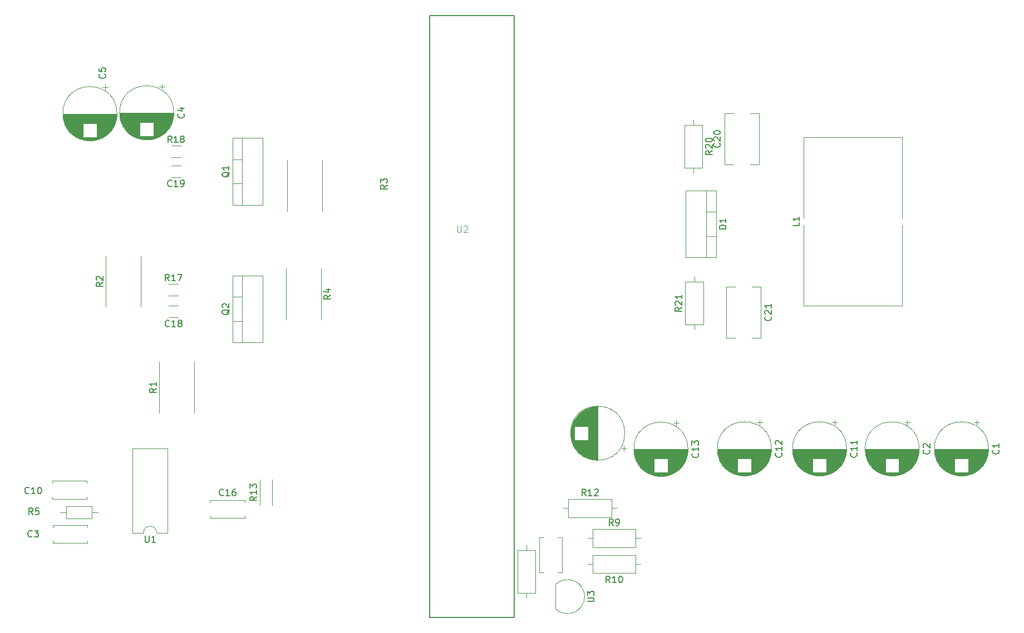
<source format=gbr>
%TF.GenerationSoftware,KiCad,Pcbnew,7.0.2*%
%TF.CreationDate,2023-06-13T00:04:42+03:00*%
%TF.ProjectId,Push_Pull,50757368-5f50-4756-9c6c-2e6b69636164,rev?*%
%TF.SameCoordinates,Original*%
%TF.FileFunction,Legend,Top*%
%TF.FilePolarity,Positive*%
%FSLAX46Y46*%
G04 Gerber Fmt 4.6, Leading zero omitted, Abs format (unit mm)*
G04 Created by KiCad (PCBNEW 7.0.2) date 2023-06-13 00:04:42*
%MOMM*%
%LPD*%
G01*
G04 APERTURE LIST*
%ADD10C,0.150000*%
%ADD11C,0.100000*%
%ADD12C,0.120000*%
G04 APERTURE END LIST*
D10*
X171577000Y-29210000D02*
X184404000Y-29210000D01*
X184404000Y-120904000D01*
X171577000Y-120904000D01*
X171577000Y-29210000D01*
%TO.C,Q1*%
X141123857Y-53054238D02*
X141076238Y-53149476D01*
X141076238Y-53149476D02*
X140981000Y-53244714D01*
X140981000Y-53244714D02*
X140838142Y-53387571D01*
X140838142Y-53387571D02*
X140790523Y-53482809D01*
X140790523Y-53482809D02*
X140790523Y-53578047D01*
X141028619Y-53530428D02*
X140981000Y-53625666D01*
X140981000Y-53625666D02*
X140885761Y-53720904D01*
X140885761Y-53720904D02*
X140695285Y-53768523D01*
X140695285Y-53768523D02*
X140361952Y-53768523D01*
X140361952Y-53768523D02*
X140171476Y-53720904D01*
X140171476Y-53720904D02*
X140076238Y-53625666D01*
X140076238Y-53625666D02*
X140028619Y-53530428D01*
X140028619Y-53530428D02*
X140028619Y-53339952D01*
X140028619Y-53339952D02*
X140076238Y-53244714D01*
X140076238Y-53244714D02*
X140171476Y-53149476D01*
X140171476Y-53149476D02*
X140361952Y-53101857D01*
X140361952Y-53101857D02*
X140695285Y-53101857D01*
X140695285Y-53101857D02*
X140885761Y-53149476D01*
X140885761Y-53149476D02*
X140981000Y-53244714D01*
X140981000Y-53244714D02*
X141028619Y-53339952D01*
X141028619Y-53339952D02*
X141028619Y-53530428D01*
X141028619Y-52149476D02*
X141028619Y-52720904D01*
X141028619Y-52435190D02*
X140028619Y-52435190D01*
X140028619Y-52435190D02*
X140171476Y-52530428D01*
X140171476Y-52530428D02*
X140266714Y-52625666D01*
X140266714Y-52625666D02*
X140314333Y-52720904D01*
%TO.C,C13*%
X212373380Y-95920555D02*
X212421000Y-95968174D01*
X212421000Y-95968174D02*
X212468619Y-96111031D01*
X212468619Y-96111031D02*
X212468619Y-96206269D01*
X212468619Y-96206269D02*
X212421000Y-96349126D01*
X212421000Y-96349126D02*
X212325761Y-96444364D01*
X212325761Y-96444364D02*
X212230523Y-96491983D01*
X212230523Y-96491983D02*
X212040047Y-96539602D01*
X212040047Y-96539602D02*
X211897190Y-96539602D01*
X211897190Y-96539602D02*
X211706714Y-96491983D01*
X211706714Y-96491983D02*
X211611476Y-96444364D01*
X211611476Y-96444364D02*
X211516238Y-96349126D01*
X211516238Y-96349126D02*
X211468619Y-96206269D01*
X211468619Y-96206269D02*
X211468619Y-96111031D01*
X211468619Y-96111031D02*
X211516238Y-95968174D01*
X211516238Y-95968174D02*
X211563857Y-95920555D01*
X212468619Y-94968174D02*
X212468619Y-95539602D01*
X212468619Y-95253888D02*
X211468619Y-95253888D01*
X211468619Y-95253888D02*
X211611476Y-95349126D01*
X211611476Y-95349126D02*
X211706714Y-95444364D01*
X211706714Y-95444364D02*
X211754333Y-95539602D01*
X211468619Y-94634840D02*
X211468619Y-94015793D01*
X211468619Y-94015793D02*
X211849571Y-94349126D01*
X211849571Y-94349126D02*
X211849571Y-94206269D01*
X211849571Y-94206269D02*
X211897190Y-94111031D01*
X211897190Y-94111031D02*
X211944809Y-94063412D01*
X211944809Y-94063412D02*
X212040047Y-94015793D01*
X212040047Y-94015793D02*
X212278142Y-94015793D01*
X212278142Y-94015793D02*
X212373380Y-94063412D01*
X212373380Y-94063412D02*
X212421000Y-94111031D01*
X212421000Y-94111031D02*
X212468619Y-94206269D01*
X212468619Y-94206269D02*
X212468619Y-94491983D01*
X212468619Y-94491983D02*
X212421000Y-94587221D01*
X212421000Y-94587221D02*
X212373380Y-94634840D01*
%TO.C,R13*%
X145227619Y-102496857D02*
X144751428Y-102830190D01*
X145227619Y-103068285D02*
X144227619Y-103068285D01*
X144227619Y-103068285D02*
X144227619Y-102687333D01*
X144227619Y-102687333D02*
X144275238Y-102592095D01*
X144275238Y-102592095D02*
X144322857Y-102544476D01*
X144322857Y-102544476D02*
X144418095Y-102496857D01*
X144418095Y-102496857D02*
X144560952Y-102496857D01*
X144560952Y-102496857D02*
X144656190Y-102544476D01*
X144656190Y-102544476D02*
X144703809Y-102592095D01*
X144703809Y-102592095D02*
X144751428Y-102687333D01*
X144751428Y-102687333D02*
X144751428Y-103068285D01*
X145227619Y-101544476D02*
X145227619Y-102115904D01*
X145227619Y-101830190D02*
X144227619Y-101830190D01*
X144227619Y-101830190D02*
X144370476Y-101925428D01*
X144370476Y-101925428D02*
X144465714Y-102020666D01*
X144465714Y-102020666D02*
X144513333Y-102115904D01*
X144227619Y-101211142D02*
X144227619Y-100592095D01*
X144227619Y-100592095D02*
X144608571Y-100925428D01*
X144608571Y-100925428D02*
X144608571Y-100782571D01*
X144608571Y-100782571D02*
X144656190Y-100687333D01*
X144656190Y-100687333D02*
X144703809Y-100639714D01*
X144703809Y-100639714D02*
X144799047Y-100592095D01*
X144799047Y-100592095D02*
X145037142Y-100592095D01*
X145037142Y-100592095D02*
X145132380Y-100639714D01*
X145132380Y-100639714D02*
X145180000Y-100687333D01*
X145180000Y-100687333D02*
X145227619Y-100782571D01*
X145227619Y-100782571D02*
X145227619Y-101068285D01*
X145227619Y-101068285D02*
X145180000Y-101163523D01*
X145180000Y-101163523D02*
X145132380Y-101211142D01*
%TO.C,R3*%
X165098619Y-55017166D02*
X164622428Y-55350499D01*
X165098619Y-55588594D02*
X164098619Y-55588594D01*
X164098619Y-55588594D02*
X164098619Y-55207642D01*
X164098619Y-55207642D02*
X164146238Y-55112404D01*
X164146238Y-55112404D02*
X164193857Y-55064785D01*
X164193857Y-55064785D02*
X164289095Y-55017166D01*
X164289095Y-55017166D02*
X164431952Y-55017166D01*
X164431952Y-55017166D02*
X164527190Y-55064785D01*
X164527190Y-55064785D02*
X164574809Y-55112404D01*
X164574809Y-55112404D02*
X164622428Y-55207642D01*
X164622428Y-55207642D02*
X164622428Y-55588594D01*
X164098619Y-54683832D02*
X164098619Y-54064785D01*
X164098619Y-54064785D02*
X164479571Y-54398118D01*
X164479571Y-54398118D02*
X164479571Y-54255261D01*
X164479571Y-54255261D02*
X164527190Y-54160023D01*
X164527190Y-54160023D02*
X164574809Y-54112404D01*
X164574809Y-54112404D02*
X164670047Y-54064785D01*
X164670047Y-54064785D02*
X164908142Y-54064785D01*
X164908142Y-54064785D02*
X165003380Y-54112404D01*
X165003380Y-54112404D02*
X165051000Y-54160023D01*
X165051000Y-54160023D02*
X165098619Y-54255261D01*
X165098619Y-54255261D02*
X165098619Y-54540975D01*
X165098619Y-54540975D02*
X165051000Y-54636213D01*
X165051000Y-54636213D02*
X165003380Y-54683832D01*
%TO.C,R9*%
X199477333Y-106931619D02*
X199144000Y-106455428D01*
X198905905Y-106931619D02*
X198905905Y-105931619D01*
X198905905Y-105931619D02*
X199286857Y-105931619D01*
X199286857Y-105931619D02*
X199382095Y-105979238D01*
X199382095Y-105979238D02*
X199429714Y-106026857D01*
X199429714Y-106026857D02*
X199477333Y-106122095D01*
X199477333Y-106122095D02*
X199477333Y-106264952D01*
X199477333Y-106264952D02*
X199429714Y-106360190D01*
X199429714Y-106360190D02*
X199382095Y-106407809D01*
X199382095Y-106407809D02*
X199286857Y-106455428D01*
X199286857Y-106455428D02*
X198905905Y-106455428D01*
X199953524Y-106931619D02*
X200144000Y-106931619D01*
X200144000Y-106931619D02*
X200239238Y-106884000D01*
X200239238Y-106884000D02*
X200286857Y-106836380D01*
X200286857Y-106836380D02*
X200382095Y-106693523D01*
X200382095Y-106693523D02*
X200429714Y-106503047D01*
X200429714Y-106503047D02*
X200429714Y-106122095D01*
X200429714Y-106122095D02*
X200382095Y-106026857D01*
X200382095Y-106026857D02*
X200334476Y-105979238D01*
X200334476Y-105979238D02*
X200239238Y-105931619D01*
X200239238Y-105931619D02*
X200048762Y-105931619D01*
X200048762Y-105931619D02*
X199953524Y-105979238D01*
X199953524Y-105979238D02*
X199905905Y-106026857D01*
X199905905Y-106026857D02*
X199858286Y-106122095D01*
X199858286Y-106122095D02*
X199858286Y-106360190D01*
X199858286Y-106360190D02*
X199905905Y-106455428D01*
X199905905Y-106455428D02*
X199953524Y-106503047D01*
X199953524Y-106503047D02*
X200048762Y-106550666D01*
X200048762Y-106550666D02*
X200239238Y-106550666D01*
X200239238Y-106550666D02*
X200334476Y-106503047D01*
X200334476Y-106503047D02*
X200382095Y-106455428D01*
X200382095Y-106455428D02*
X200429714Y-106360190D01*
D11*
%TO.C,U2*%
X175768095Y-61232619D02*
X175768095Y-62042142D01*
X175768095Y-62042142D02*
X175815714Y-62137380D01*
X175815714Y-62137380D02*
X175863333Y-62185000D01*
X175863333Y-62185000D02*
X175958571Y-62232619D01*
X175958571Y-62232619D02*
X176149047Y-62232619D01*
X176149047Y-62232619D02*
X176244285Y-62185000D01*
X176244285Y-62185000D02*
X176291904Y-62137380D01*
X176291904Y-62137380D02*
X176339523Y-62042142D01*
X176339523Y-62042142D02*
X176339523Y-61232619D01*
X176768095Y-61327857D02*
X176815714Y-61280238D01*
X176815714Y-61280238D02*
X176910952Y-61232619D01*
X176910952Y-61232619D02*
X177149047Y-61232619D01*
X177149047Y-61232619D02*
X177244285Y-61280238D01*
X177244285Y-61280238D02*
X177291904Y-61327857D01*
X177291904Y-61327857D02*
X177339523Y-61423095D01*
X177339523Y-61423095D02*
X177339523Y-61518333D01*
X177339523Y-61518333D02*
X177291904Y-61661190D01*
X177291904Y-61661190D02*
X176720476Y-62232619D01*
X176720476Y-62232619D02*
X177339523Y-62232619D01*
D10*
%TO.C,R21*%
X209928619Y-73667857D02*
X209452428Y-74001190D01*
X209928619Y-74239285D02*
X208928619Y-74239285D01*
X208928619Y-74239285D02*
X208928619Y-73858333D01*
X208928619Y-73858333D02*
X208976238Y-73763095D01*
X208976238Y-73763095D02*
X209023857Y-73715476D01*
X209023857Y-73715476D02*
X209119095Y-73667857D01*
X209119095Y-73667857D02*
X209261952Y-73667857D01*
X209261952Y-73667857D02*
X209357190Y-73715476D01*
X209357190Y-73715476D02*
X209404809Y-73763095D01*
X209404809Y-73763095D02*
X209452428Y-73858333D01*
X209452428Y-73858333D02*
X209452428Y-74239285D01*
X209023857Y-73286904D02*
X208976238Y-73239285D01*
X208976238Y-73239285D02*
X208928619Y-73144047D01*
X208928619Y-73144047D02*
X208928619Y-72905952D01*
X208928619Y-72905952D02*
X208976238Y-72810714D01*
X208976238Y-72810714D02*
X209023857Y-72763095D01*
X209023857Y-72763095D02*
X209119095Y-72715476D01*
X209119095Y-72715476D02*
X209214333Y-72715476D01*
X209214333Y-72715476D02*
X209357190Y-72763095D01*
X209357190Y-72763095D02*
X209928619Y-73334523D01*
X209928619Y-73334523D02*
X209928619Y-72715476D01*
X209928619Y-71763095D02*
X209928619Y-72334523D01*
X209928619Y-72048809D02*
X208928619Y-72048809D01*
X208928619Y-72048809D02*
X209071476Y-72144047D01*
X209071476Y-72144047D02*
X209166714Y-72239285D01*
X209166714Y-72239285D02*
X209214333Y-72334523D01*
%TO.C,R1*%
X129958619Y-86018666D02*
X129482428Y-86351999D01*
X129958619Y-86590094D02*
X128958619Y-86590094D01*
X128958619Y-86590094D02*
X128958619Y-86209142D01*
X128958619Y-86209142D02*
X129006238Y-86113904D01*
X129006238Y-86113904D02*
X129053857Y-86066285D01*
X129053857Y-86066285D02*
X129149095Y-86018666D01*
X129149095Y-86018666D02*
X129291952Y-86018666D01*
X129291952Y-86018666D02*
X129387190Y-86066285D01*
X129387190Y-86066285D02*
X129434809Y-86113904D01*
X129434809Y-86113904D02*
X129482428Y-86209142D01*
X129482428Y-86209142D02*
X129482428Y-86590094D01*
X129958619Y-85066285D02*
X129958619Y-85637713D01*
X129958619Y-85351999D02*
X128958619Y-85351999D01*
X128958619Y-85351999D02*
X129101476Y-85447237D01*
X129101476Y-85447237D02*
X129196714Y-85542475D01*
X129196714Y-85542475D02*
X129244333Y-85637713D01*
%TO.C,R20*%
X214541619Y-49791857D02*
X214065428Y-50125190D01*
X214541619Y-50363285D02*
X213541619Y-50363285D01*
X213541619Y-50363285D02*
X213541619Y-49982333D01*
X213541619Y-49982333D02*
X213589238Y-49887095D01*
X213589238Y-49887095D02*
X213636857Y-49839476D01*
X213636857Y-49839476D02*
X213732095Y-49791857D01*
X213732095Y-49791857D02*
X213874952Y-49791857D01*
X213874952Y-49791857D02*
X213970190Y-49839476D01*
X213970190Y-49839476D02*
X214017809Y-49887095D01*
X214017809Y-49887095D02*
X214065428Y-49982333D01*
X214065428Y-49982333D02*
X214065428Y-50363285D01*
X213636857Y-49410904D02*
X213589238Y-49363285D01*
X213589238Y-49363285D02*
X213541619Y-49268047D01*
X213541619Y-49268047D02*
X213541619Y-49029952D01*
X213541619Y-49029952D02*
X213589238Y-48934714D01*
X213589238Y-48934714D02*
X213636857Y-48887095D01*
X213636857Y-48887095D02*
X213732095Y-48839476D01*
X213732095Y-48839476D02*
X213827333Y-48839476D01*
X213827333Y-48839476D02*
X213970190Y-48887095D01*
X213970190Y-48887095D02*
X214541619Y-49458523D01*
X214541619Y-49458523D02*
X214541619Y-48839476D01*
X213541619Y-48220428D02*
X213541619Y-48125190D01*
X213541619Y-48125190D02*
X213589238Y-48029952D01*
X213589238Y-48029952D02*
X213636857Y-47982333D01*
X213636857Y-47982333D02*
X213732095Y-47934714D01*
X213732095Y-47934714D02*
X213922571Y-47887095D01*
X213922571Y-47887095D02*
X214160666Y-47887095D01*
X214160666Y-47887095D02*
X214351142Y-47934714D01*
X214351142Y-47934714D02*
X214446380Y-47982333D01*
X214446380Y-47982333D02*
X214494000Y-48029952D01*
X214494000Y-48029952D02*
X214541619Y-48125190D01*
X214541619Y-48125190D02*
X214541619Y-48220428D01*
X214541619Y-48220428D02*
X214494000Y-48315666D01*
X214494000Y-48315666D02*
X214446380Y-48363285D01*
X214446380Y-48363285D02*
X214351142Y-48410904D01*
X214351142Y-48410904D02*
X214160666Y-48458523D01*
X214160666Y-48458523D02*
X213922571Y-48458523D01*
X213922571Y-48458523D02*
X213732095Y-48410904D01*
X213732095Y-48410904D02*
X213636857Y-48363285D01*
X213636857Y-48363285D02*
X213589238Y-48315666D01*
X213589238Y-48315666D02*
X213541619Y-48220428D01*
%TO.C,C4*%
X134141380Y-44195666D02*
X134189000Y-44243285D01*
X134189000Y-44243285D02*
X134236619Y-44386142D01*
X134236619Y-44386142D02*
X134236619Y-44481380D01*
X134236619Y-44481380D02*
X134189000Y-44624237D01*
X134189000Y-44624237D02*
X134093761Y-44719475D01*
X134093761Y-44719475D02*
X133998523Y-44767094D01*
X133998523Y-44767094D02*
X133808047Y-44814713D01*
X133808047Y-44814713D02*
X133665190Y-44814713D01*
X133665190Y-44814713D02*
X133474714Y-44767094D01*
X133474714Y-44767094D02*
X133379476Y-44719475D01*
X133379476Y-44719475D02*
X133284238Y-44624237D01*
X133284238Y-44624237D02*
X133236619Y-44481380D01*
X133236619Y-44481380D02*
X133236619Y-44386142D01*
X133236619Y-44386142D02*
X133284238Y-44243285D01*
X133284238Y-44243285D02*
X133331857Y-44195666D01*
X133569952Y-43338523D02*
X134236619Y-43338523D01*
X133189000Y-43576618D02*
X133903285Y-43814713D01*
X133903285Y-43814713D02*
X133903285Y-43195666D01*
%TO.C,C3*%
X111085333Y-108571380D02*
X111037714Y-108619000D01*
X111037714Y-108619000D02*
X110894857Y-108666619D01*
X110894857Y-108666619D02*
X110799619Y-108666619D01*
X110799619Y-108666619D02*
X110656762Y-108619000D01*
X110656762Y-108619000D02*
X110561524Y-108523761D01*
X110561524Y-108523761D02*
X110513905Y-108428523D01*
X110513905Y-108428523D02*
X110466286Y-108238047D01*
X110466286Y-108238047D02*
X110466286Y-108095190D01*
X110466286Y-108095190D02*
X110513905Y-107904714D01*
X110513905Y-107904714D02*
X110561524Y-107809476D01*
X110561524Y-107809476D02*
X110656762Y-107714238D01*
X110656762Y-107714238D02*
X110799619Y-107666619D01*
X110799619Y-107666619D02*
X110894857Y-107666619D01*
X110894857Y-107666619D02*
X111037714Y-107714238D01*
X111037714Y-107714238D02*
X111085333Y-107761857D01*
X111418667Y-107666619D02*
X112037714Y-107666619D01*
X112037714Y-107666619D02*
X111704381Y-108047571D01*
X111704381Y-108047571D02*
X111847238Y-108047571D01*
X111847238Y-108047571D02*
X111942476Y-108095190D01*
X111942476Y-108095190D02*
X111990095Y-108142809D01*
X111990095Y-108142809D02*
X112037714Y-108238047D01*
X112037714Y-108238047D02*
X112037714Y-108476142D01*
X112037714Y-108476142D02*
X111990095Y-108571380D01*
X111990095Y-108571380D02*
X111942476Y-108619000D01*
X111942476Y-108619000D02*
X111847238Y-108666619D01*
X111847238Y-108666619D02*
X111561524Y-108666619D01*
X111561524Y-108666619D02*
X111466286Y-108619000D01*
X111466286Y-108619000D02*
X111418667Y-108571380D01*
%TO.C,C20*%
X215692380Y-48648857D02*
X215740000Y-48696476D01*
X215740000Y-48696476D02*
X215787619Y-48839333D01*
X215787619Y-48839333D02*
X215787619Y-48934571D01*
X215787619Y-48934571D02*
X215740000Y-49077428D01*
X215740000Y-49077428D02*
X215644761Y-49172666D01*
X215644761Y-49172666D02*
X215549523Y-49220285D01*
X215549523Y-49220285D02*
X215359047Y-49267904D01*
X215359047Y-49267904D02*
X215216190Y-49267904D01*
X215216190Y-49267904D02*
X215025714Y-49220285D01*
X215025714Y-49220285D02*
X214930476Y-49172666D01*
X214930476Y-49172666D02*
X214835238Y-49077428D01*
X214835238Y-49077428D02*
X214787619Y-48934571D01*
X214787619Y-48934571D02*
X214787619Y-48839333D01*
X214787619Y-48839333D02*
X214835238Y-48696476D01*
X214835238Y-48696476D02*
X214882857Y-48648857D01*
X214882857Y-48267904D02*
X214835238Y-48220285D01*
X214835238Y-48220285D02*
X214787619Y-48125047D01*
X214787619Y-48125047D02*
X214787619Y-47886952D01*
X214787619Y-47886952D02*
X214835238Y-47791714D01*
X214835238Y-47791714D02*
X214882857Y-47744095D01*
X214882857Y-47744095D02*
X214978095Y-47696476D01*
X214978095Y-47696476D02*
X215073333Y-47696476D01*
X215073333Y-47696476D02*
X215216190Y-47744095D01*
X215216190Y-47744095D02*
X215787619Y-48315523D01*
X215787619Y-48315523D02*
X215787619Y-47696476D01*
X214787619Y-47077428D02*
X214787619Y-46982190D01*
X214787619Y-46982190D02*
X214835238Y-46886952D01*
X214835238Y-46886952D02*
X214882857Y-46839333D01*
X214882857Y-46839333D02*
X214978095Y-46791714D01*
X214978095Y-46791714D02*
X215168571Y-46744095D01*
X215168571Y-46744095D02*
X215406666Y-46744095D01*
X215406666Y-46744095D02*
X215597142Y-46791714D01*
X215597142Y-46791714D02*
X215692380Y-46839333D01*
X215692380Y-46839333D02*
X215740000Y-46886952D01*
X215740000Y-46886952D02*
X215787619Y-46982190D01*
X215787619Y-46982190D02*
X215787619Y-47077428D01*
X215787619Y-47077428D02*
X215740000Y-47172666D01*
X215740000Y-47172666D02*
X215692380Y-47220285D01*
X215692380Y-47220285D02*
X215597142Y-47267904D01*
X215597142Y-47267904D02*
X215406666Y-47315523D01*
X215406666Y-47315523D02*
X215168571Y-47315523D01*
X215168571Y-47315523D02*
X214978095Y-47267904D01*
X214978095Y-47267904D02*
X214882857Y-47220285D01*
X214882857Y-47220285D02*
X214835238Y-47172666D01*
X214835238Y-47172666D02*
X214787619Y-47077428D01*
%TO.C,C10*%
X110609142Y-101967380D02*
X110561523Y-102015000D01*
X110561523Y-102015000D02*
X110418666Y-102062619D01*
X110418666Y-102062619D02*
X110323428Y-102062619D01*
X110323428Y-102062619D02*
X110180571Y-102015000D01*
X110180571Y-102015000D02*
X110085333Y-101919761D01*
X110085333Y-101919761D02*
X110037714Y-101824523D01*
X110037714Y-101824523D02*
X109990095Y-101634047D01*
X109990095Y-101634047D02*
X109990095Y-101491190D01*
X109990095Y-101491190D02*
X110037714Y-101300714D01*
X110037714Y-101300714D02*
X110085333Y-101205476D01*
X110085333Y-101205476D02*
X110180571Y-101110238D01*
X110180571Y-101110238D02*
X110323428Y-101062619D01*
X110323428Y-101062619D02*
X110418666Y-101062619D01*
X110418666Y-101062619D02*
X110561523Y-101110238D01*
X110561523Y-101110238D02*
X110609142Y-101157857D01*
X111561523Y-102062619D02*
X110990095Y-102062619D01*
X111275809Y-102062619D02*
X111275809Y-101062619D01*
X111275809Y-101062619D02*
X111180571Y-101205476D01*
X111180571Y-101205476D02*
X111085333Y-101300714D01*
X111085333Y-101300714D02*
X110990095Y-101348333D01*
X112180571Y-101062619D02*
X112275809Y-101062619D01*
X112275809Y-101062619D02*
X112371047Y-101110238D01*
X112371047Y-101110238D02*
X112418666Y-101157857D01*
X112418666Y-101157857D02*
X112466285Y-101253095D01*
X112466285Y-101253095D02*
X112513904Y-101443571D01*
X112513904Y-101443571D02*
X112513904Y-101681666D01*
X112513904Y-101681666D02*
X112466285Y-101872142D01*
X112466285Y-101872142D02*
X112418666Y-101967380D01*
X112418666Y-101967380D02*
X112371047Y-102015000D01*
X112371047Y-102015000D02*
X112275809Y-102062619D01*
X112275809Y-102062619D02*
X112180571Y-102062619D01*
X112180571Y-102062619D02*
X112085333Y-102015000D01*
X112085333Y-102015000D02*
X112037714Y-101967380D01*
X112037714Y-101967380D02*
X111990095Y-101872142D01*
X111990095Y-101872142D02*
X111942476Y-101681666D01*
X111942476Y-101681666D02*
X111942476Y-101443571D01*
X111942476Y-101443571D02*
X111990095Y-101253095D01*
X111990095Y-101253095D02*
X112037714Y-101157857D01*
X112037714Y-101157857D02*
X112085333Y-101110238D01*
X112085333Y-101110238D02*
X112180571Y-101062619D01*
%TO.C,R2*%
X121830619Y-69889666D02*
X121354428Y-70222999D01*
X121830619Y-70461094D02*
X120830619Y-70461094D01*
X120830619Y-70461094D02*
X120830619Y-70080142D01*
X120830619Y-70080142D02*
X120878238Y-69984904D01*
X120878238Y-69984904D02*
X120925857Y-69937285D01*
X120925857Y-69937285D02*
X121021095Y-69889666D01*
X121021095Y-69889666D02*
X121163952Y-69889666D01*
X121163952Y-69889666D02*
X121259190Y-69937285D01*
X121259190Y-69937285D02*
X121306809Y-69984904D01*
X121306809Y-69984904D02*
X121354428Y-70080142D01*
X121354428Y-70080142D02*
X121354428Y-70461094D01*
X120925857Y-69508713D02*
X120878238Y-69461094D01*
X120878238Y-69461094D02*
X120830619Y-69365856D01*
X120830619Y-69365856D02*
X120830619Y-69127761D01*
X120830619Y-69127761D02*
X120878238Y-69032523D01*
X120878238Y-69032523D02*
X120925857Y-68984904D01*
X120925857Y-68984904D02*
X121021095Y-68937285D01*
X121021095Y-68937285D02*
X121116333Y-68937285D01*
X121116333Y-68937285D02*
X121259190Y-68984904D01*
X121259190Y-68984904D02*
X121830619Y-69556332D01*
X121830619Y-69556332D02*
X121830619Y-68937285D01*
%TO.C,R10*%
X199001142Y-115608619D02*
X198667809Y-115132428D01*
X198429714Y-115608619D02*
X198429714Y-114608619D01*
X198429714Y-114608619D02*
X198810666Y-114608619D01*
X198810666Y-114608619D02*
X198905904Y-114656238D01*
X198905904Y-114656238D02*
X198953523Y-114703857D01*
X198953523Y-114703857D02*
X199001142Y-114799095D01*
X199001142Y-114799095D02*
X199001142Y-114941952D01*
X199001142Y-114941952D02*
X198953523Y-115037190D01*
X198953523Y-115037190D02*
X198905904Y-115084809D01*
X198905904Y-115084809D02*
X198810666Y-115132428D01*
X198810666Y-115132428D02*
X198429714Y-115132428D01*
X199953523Y-115608619D02*
X199382095Y-115608619D01*
X199667809Y-115608619D02*
X199667809Y-114608619D01*
X199667809Y-114608619D02*
X199572571Y-114751476D01*
X199572571Y-114751476D02*
X199477333Y-114846714D01*
X199477333Y-114846714D02*
X199382095Y-114894333D01*
X200572571Y-114608619D02*
X200667809Y-114608619D01*
X200667809Y-114608619D02*
X200763047Y-114656238D01*
X200763047Y-114656238D02*
X200810666Y-114703857D01*
X200810666Y-114703857D02*
X200858285Y-114799095D01*
X200858285Y-114799095D02*
X200905904Y-114989571D01*
X200905904Y-114989571D02*
X200905904Y-115227666D01*
X200905904Y-115227666D02*
X200858285Y-115418142D01*
X200858285Y-115418142D02*
X200810666Y-115513380D01*
X200810666Y-115513380D02*
X200763047Y-115561000D01*
X200763047Y-115561000D02*
X200667809Y-115608619D01*
X200667809Y-115608619D02*
X200572571Y-115608619D01*
X200572571Y-115608619D02*
X200477333Y-115561000D01*
X200477333Y-115561000D02*
X200429714Y-115513380D01*
X200429714Y-115513380D02*
X200382095Y-115418142D01*
X200382095Y-115418142D02*
X200334476Y-115227666D01*
X200334476Y-115227666D02*
X200334476Y-114989571D01*
X200334476Y-114989571D02*
X200382095Y-114799095D01*
X200382095Y-114799095D02*
X200429714Y-114703857D01*
X200429714Y-114703857D02*
X200477333Y-114656238D01*
X200477333Y-114656238D02*
X200572571Y-114608619D01*
%TO.C,C21*%
X223446380Y-75064857D02*
X223494000Y-75112476D01*
X223494000Y-75112476D02*
X223541619Y-75255333D01*
X223541619Y-75255333D02*
X223541619Y-75350571D01*
X223541619Y-75350571D02*
X223494000Y-75493428D01*
X223494000Y-75493428D02*
X223398761Y-75588666D01*
X223398761Y-75588666D02*
X223303523Y-75636285D01*
X223303523Y-75636285D02*
X223113047Y-75683904D01*
X223113047Y-75683904D02*
X222970190Y-75683904D01*
X222970190Y-75683904D02*
X222779714Y-75636285D01*
X222779714Y-75636285D02*
X222684476Y-75588666D01*
X222684476Y-75588666D02*
X222589238Y-75493428D01*
X222589238Y-75493428D02*
X222541619Y-75350571D01*
X222541619Y-75350571D02*
X222541619Y-75255333D01*
X222541619Y-75255333D02*
X222589238Y-75112476D01*
X222589238Y-75112476D02*
X222636857Y-75064857D01*
X222636857Y-74683904D02*
X222589238Y-74636285D01*
X222589238Y-74636285D02*
X222541619Y-74541047D01*
X222541619Y-74541047D02*
X222541619Y-74302952D01*
X222541619Y-74302952D02*
X222589238Y-74207714D01*
X222589238Y-74207714D02*
X222636857Y-74160095D01*
X222636857Y-74160095D02*
X222732095Y-74112476D01*
X222732095Y-74112476D02*
X222827333Y-74112476D01*
X222827333Y-74112476D02*
X222970190Y-74160095D01*
X222970190Y-74160095D02*
X223541619Y-74731523D01*
X223541619Y-74731523D02*
X223541619Y-74112476D01*
X223541619Y-73160095D02*
X223541619Y-73731523D01*
X223541619Y-73445809D02*
X222541619Y-73445809D01*
X222541619Y-73445809D02*
X222684476Y-73541047D01*
X222684476Y-73541047D02*
X222779714Y-73636285D01*
X222779714Y-73636285D02*
X222827333Y-73731523D01*
%TO.C,C11*%
X236503380Y-95863206D02*
X236551000Y-95910825D01*
X236551000Y-95910825D02*
X236598619Y-96053682D01*
X236598619Y-96053682D02*
X236598619Y-96148920D01*
X236598619Y-96148920D02*
X236551000Y-96291777D01*
X236551000Y-96291777D02*
X236455761Y-96387015D01*
X236455761Y-96387015D02*
X236360523Y-96434634D01*
X236360523Y-96434634D02*
X236170047Y-96482253D01*
X236170047Y-96482253D02*
X236027190Y-96482253D01*
X236027190Y-96482253D02*
X235836714Y-96434634D01*
X235836714Y-96434634D02*
X235741476Y-96387015D01*
X235741476Y-96387015D02*
X235646238Y-96291777D01*
X235646238Y-96291777D02*
X235598619Y-96148920D01*
X235598619Y-96148920D02*
X235598619Y-96053682D01*
X235598619Y-96053682D02*
X235646238Y-95910825D01*
X235646238Y-95910825D02*
X235693857Y-95863206D01*
X236598619Y-94910825D02*
X236598619Y-95482253D01*
X236598619Y-95196539D02*
X235598619Y-95196539D01*
X235598619Y-95196539D02*
X235741476Y-95291777D01*
X235741476Y-95291777D02*
X235836714Y-95387015D01*
X235836714Y-95387015D02*
X235884333Y-95482253D01*
X236598619Y-93958444D02*
X236598619Y-94529872D01*
X236598619Y-94244158D02*
X235598619Y-94244158D01*
X235598619Y-94244158D02*
X235741476Y-94339396D01*
X235741476Y-94339396D02*
X235836714Y-94434634D01*
X235836714Y-94434634D02*
X235884333Y-94529872D01*
%TO.C,C5*%
X122160380Y-38139666D02*
X122208000Y-38187285D01*
X122208000Y-38187285D02*
X122255619Y-38330142D01*
X122255619Y-38330142D02*
X122255619Y-38425380D01*
X122255619Y-38425380D02*
X122208000Y-38568237D01*
X122208000Y-38568237D02*
X122112761Y-38663475D01*
X122112761Y-38663475D02*
X122017523Y-38711094D01*
X122017523Y-38711094D02*
X121827047Y-38758713D01*
X121827047Y-38758713D02*
X121684190Y-38758713D01*
X121684190Y-38758713D02*
X121493714Y-38711094D01*
X121493714Y-38711094D02*
X121398476Y-38663475D01*
X121398476Y-38663475D02*
X121303238Y-38568237D01*
X121303238Y-38568237D02*
X121255619Y-38425380D01*
X121255619Y-38425380D02*
X121255619Y-38330142D01*
X121255619Y-38330142D02*
X121303238Y-38187285D01*
X121303238Y-38187285D02*
X121350857Y-38139666D01*
X121255619Y-37234904D02*
X121255619Y-37711094D01*
X121255619Y-37711094D02*
X121731809Y-37758713D01*
X121731809Y-37758713D02*
X121684190Y-37711094D01*
X121684190Y-37711094D02*
X121636571Y-37615856D01*
X121636571Y-37615856D02*
X121636571Y-37377761D01*
X121636571Y-37377761D02*
X121684190Y-37282523D01*
X121684190Y-37282523D02*
X121731809Y-37234904D01*
X121731809Y-37234904D02*
X121827047Y-37187285D01*
X121827047Y-37187285D02*
X122065142Y-37187285D01*
X122065142Y-37187285D02*
X122160380Y-37234904D01*
X122160380Y-37234904D02*
X122208000Y-37282523D01*
X122208000Y-37282523D02*
X122255619Y-37377761D01*
X122255619Y-37377761D02*
X122255619Y-37615856D01*
X122255619Y-37615856D02*
X122208000Y-37711094D01*
X122208000Y-37711094D02*
X122160380Y-37758713D01*
%TO.C,C12*%
X225073380Y-95863206D02*
X225121000Y-95910825D01*
X225121000Y-95910825D02*
X225168619Y-96053682D01*
X225168619Y-96053682D02*
X225168619Y-96148920D01*
X225168619Y-96148920D02*
X225121000Y-96291777D01*
X225121000Y-96291777D02*
X225025761Y-96387015D01*
X225025761Y-96387015D02*
X224930523Y-96434634D01*
X224930523Y-96434634D02*
X224740047Y-96482253D01*
X224740047Y-96482253D02*
X224597190Y-96482253D01*
X224597190Y-96482253D02*
X224406714Y-96434634D01*
X224406714Y-96434634D02*
X224311476Y-96387015D01*
X224311476Y-96387015D02*
X224216238Y-96291777D01*
X224216238Y-96291777D02*
X224168619Y-96148920D01*
X224168619Y-96148920D02*
X224168619Y-96053682D01*
X224168619Y-96053682D02*
X224216238Y-95910825D01*
X224216238Y-95910825D02*
X224263857Y-95863206D01*
X225168619Y-94910825D02*
X225168619Y-95482253D01*
X225168619Y-95196539D02*
X224168619Y-95196539D01*
X224168619Y-95196539D02*
X224311476Y-95291777D01*
X224311476Y-95291777D02*
X224406714Y-95387015D01*
X224406714Y-95387015D02*
X224454333Y-95482253D01*
X224263857Y-94529872D02*
X224216238Y-94482253D01*
X224216238Y-94482253D02*
X224168619Y-94387015D01*
X224168619Y-94387015D02*
X224168619Y-94148920D01*
X224168619Y-94148920D02*
X224216238Y-94053682D01*
X224216238Y-94053682D02*
X224263857Y-94006063D01*
X224263857Y-94006063D02*
X224359095Y-93958444D01*
X224359095Y-93958444D02*
X224454333Y-93958444D01*
X224454333Y-93958444D02*
X224597190Y-94006063D01*
X224597190Y-94006063D02*
X225168619Y-94577491D01*
X225168619Y-94577491D02*
X225168619Y-93958444D01*
%TO.C,C1*%
X258093380Y-95387015D02*
X258141000Y-95434634D01*
X258141000Y-95434634D02*
X258188619Y-95577491D01*
X258188619Y-95577491D02*
X258188619Y-95672729D01*
X258188619Y-95672729D02*
X258141000Y-95815586D01*
X258141000Y-95815586D02*
X258045761Y-95910824D01*
X258045761Y-95910824D02*
X257950523Y-95958443D01*
X257950523Y-95958443D02*
X257760047Y-96006062D01*
X257760047Y-96006062D02*
X257617190Y-96006062D01*
X257617190Y-96006062D02*
X257426714Y-95958443D01*
X257426714Y-95958443D02*
X257331476Y-95910824D01*
X257331476Y-95910824D02*
X257236238Y-95815586D01*
X257236238Y-95815586D02*
X257188619Y-95672729D01*
X257188619Y-95672729D02*
X257188619Y-95577491D01*
X257188619Y-95577491D02*
X257236238Y-95434634D01*
X257236238Y-95434634D02*
X257283857Y-95387015D01*
X258188619Y-94434634D02*
X258188619Y-95006062D01*
X258188619Y-94720348D02*
X257188619Y-94720348D01*
X257188619Y-94720348D02*
X257331476Y-94815586D01*
X257331476Y-94815586D02*
X257426714Y-94910824D01*
X257426714Y-94910824D02*
X257474333Y-95006062D01*
%TO.C,C16*%
X140200142Y-102261380D02*
X140152523Y-102309000D01*
X140152523Y-102309000D02*
X140009666Y-102356619D01*
X140009666Y-102356619D02*
X139914428Y-102356619D01*
X139914428Y-102356619D02*
X139771571Y-102309000D01*
X139771571Y-102309000D02*
X139676333Y-102213761D01*
X139676333Y-102213761D02*
X139628714Y-102118523D01*
X139628714Y-102118523D02*
X139581095Y-101928047D01*
X139581095Y-101928047D02*
X139581095Y-101785190D01*
X139581095Y-101785190D02*
X139628714Y-101594714D01*
X139628714Y-101594714D02*
X139676333Y-101499476D01*
X139676333Y-101499476D02*
X139771571Y-101404238D01*
X139771571Y-101404238D02*
X139914428Y-101356619D01*
X139914428Y-101356619D02*
X140009666Y-101356619D01*
X140009666Y-101356619D02*
X140152523Y-101404238D01*
X140152523Y-101404238D02*
X140200142Y-101451857D01*
X141152523Y-102356619D02*
X140581095Y-102356619D01*
X140866809Y-102356619D02*
X140866809Y-101356619D01*
X140866809Y-101356619D02*
X140771571Y-101499476D01*
X140771571Y-101499476D02*
X140676333Y-101594714D01*
X140676333Y-101594714D02*
X140581095Y-101642333D01*
X142009666Y-101356619D02*
X141819190Y-101356619D01*
X141819190Y-101356619D02*
X141723952Y-101404238D01*
X141723952Y-101404238D02*
X141676333Y-101451857D01*
X141676333Y-101451857D02*
X141581095Y-101594714D01*
X141581095Y-101594714D02*
X141533476Y-101785190D01*
X141533476Y-101785190D02*
X141533476Y-102166142D01*
X141533476Y-102166142D02*
X141581095Y-102261380D01*
X141581095Y-102261380D02*
X141628714Y-102309000D01*
X141628714Y-102309000D02*
X141723952Y-102356619D01*
X141723952Y-102356619D02*
X141914428Y-102356619D01*
X141914428Y-102356619D02*
X142009666Y-102309000D01*
X142009666Y-102309000D02*
X142057285Y-102261380D01*
X142057285Y-102261380D02*
X142104904Y-102166142D01*
X142104904Y-102166142D02*
X142104904Y-101928047D01*
X142104904Y-101928047D02*
X142057285Y-101832809D01*
X142057285Y-101832809D02*
X142009666Y-101785190D01*
X142009666Y-101785190D02*
X141914428Y-101737571D01*
X141914428Y-101737571D02*
X141723952Y-101737571D01*
X141723952Y-101737571D02*
X141628714Y-101785190D01*
X141628714Y-101785190D02*
X141581095Y-101832809D01*
X141581095Y-101832809D02*
X141533476Y-101928047D01*
%TO.C,C19*%
X132326142Y-55176380D02*
X132278523Y-55224000D01*
X132278523Y-55224000D02*
X132135666Y-55271619D01*
X132135666Y-55271619D02*
X132040428Y-55271619D01*
X132040428Y-55271619D02*
X131897571Y-55224000D01*
X131897571Y-55224000D02*
X131802333Y-55128761D01*
X131802333Y-55128761D02*
X131754714Y-55033523D01*
X131754714Y-55033523D02*
X131707095Y-54843047D01*
X131707095Y-54843047D02*
X131707095Y-54700190D01*
X131707095Y-54700190D02*
X131754714Y-54509714D01*
X131754714Y-54509714D02*
X131802333Y-54414476D01*
X131802333Y-54414476D02*
X131897571Y-54319238D01*
X131897571Y-54319238D02*
X132040428Y-54271619D01*
X132040428Y-54271619D02*
X132135666Y-54271619D01*
X132135666Y-54271619D02*
X132278523Y-54319238D01*
X132278523Y-54319238D02*
X132326142Y-54366857D01*
X133278523Y-55271619D02*
X132707095Y-55271619D01*
X132992809Y-55271619D02*
X132992809Y-54271619D01*
X132992809Y-54271619D02*
X132897571Y-54414476D01*
X132897571Y-54414476D02*
X132802333Y-54509714D01*
X132802333Y-54509714D02*
X132707095Y-54557333D01*
X133754714Y-55271619D02*
X133945190Y-55271619D01*
X133945190Y-55271619D02*
X134040428Y-55224000D01*
X134040428Y-55224000D02*
X134088047Y-55176380D01*
X134088047Y-55176380D02*
X134183285Y-55033523D01*
X134183285Y-55033523D02*
X134230904Y-54843047D01*
X134230904Y-54843047D02*
X134230904Y-54462095D01*
X134230904Y-54462095D02*
X134183285Y-54366857D01*
X134183285Y-54366857D02*
X134135666Y-54319238D01*
X134135666Y-54319238D02*
X134040428Y-54271619D01*
X134040428Y-54271619D02*
X133849952Y-54271619D01*
X133849952Y-54271619D02*
X133754714Y-54319238D01*
X133754714Y-54319238D02*
X133707095Y-54366857D01*
X133707095Y-54366857D02*
X133659476Y-54462095D01*
X133659476Y-54462095D02*
X133659476Y-54700190D01*
X133659476Y-54700190D02*
X133707095Y-54795428D01*
X133707095Y-54795428D02*
X133754714Y-54843047D01*
X133754714Y-54843047D02*
X133849952Y-54890666D01*
X133849952Y-54890666D02*
X134040428Y-54890666D01*
X134040428Y-54890666D02*
X134135666Y-54843047D01*
X134135666Y-54843047D02*
X134183285Y-54795428D01*
X134183285Y-54795428D02*
X134230904Y-54700190D01*
%TO.C,U3*%
X195575619Y-118490904D02*
X196385142Y-118490904D01*
X196385142Y-118490904D02*
X196480380Y-118443285D01*
X196480380Y-118443285D02*
X196528000Y-118395666D01*
X196528000Y-118395666D02*
X196575619Y-118300428D01*
X196575619Y-118300428D02*
X196575619Y-118109952D01*
X196575619Y-118109952D02*
X196528000Y-118014714D01*
X196528000Y-118014714D02*
X196480380Y-117967095D01*
X196480380Y-117967095D02*
X196385142Y-117919476D01*
X196385142Y-117919476D02*
X195575619Y-117919476D01*
X195575619Y-117538523D02*
X195575619Y-116919476D01*
X195575619Y-116919476D02*
X195956571Y-117252809D01*
X195956571Y-117252809D02*
X195956571Y-117109952D01*
X195956571Y-117109952D02*
X196004190Y-117014714D01*
X196004190Y-117014714D02*
X196051809Y-116967095D01*
X196051809Y-116967095D02*
X196147047Y-116919476D01*
X196147047Y-116919476D02*
X196385142Y-116919476D01*
X196385142Y-116919476D02*
X196480380Y-116967095D01*
X196480380Y-116967095D02*
X196528000Y-117014714D01*
X196528000Y-117014714D02*
X196575619Y-117109952D01*
X196575619Y-117109952D02*
X196575619Y-117395666D01*
X196575619Y-117395666D02*
X196528000Y-117490904D01*
X196528000Y-117490904D02*
X196480380Y-117538523D01*
%TO.C,U1*%
X128285095Y-108467619D02*
X128285095Y-109277142D01*
X128285095Y-109277142D02*
X128332714Y-109372380D01*
X128332714Y-109372380D02*
X128380333Y-109420000D01*
X128380333Y-109420000D02*
X128475571Y-109467619D01*
X128475571Y-109467619D02*
X128666047Y-109467619D01*
X128666047Y-109467619D02*
X128761285Y-109420000D01*
X128761285Y-109420000D02*
X128808904Y-109372380D01*
X128808904Y-109372380D02*
X128856523Y-109277142D01*
X128856523Y-109277142D02*
X128856523Y-108467619D01*
X129856523Y-109467619D02*
X129285095Y-109467619D01*
X129570809Y-109467619D02*
X129570809Y-108467619D01*
X129570809Y-108467619D02*
X129475571Y-108610476D01*
X129475571Y-108610476D02*
X129380333Y-108705714D01*
X129380333Y-108705714D02*
X129285095Y-108753333D01*
%TO.C,R17*%
X131945142Y-69635619D02*
X131611809Y-69159428D01*
X131373714Y-69635619D02*
X131373714Y-68635619D01*
X131373714Y-68635619D02*
X131754666Y-68635619D01*
X131754666Y-68635619D02*
X131849904Y-68683238D01*
X131849904Y-68683238D02*
X131897523Y-68730857D01*
X131897523Y-68730857D02*
X131945142Y-68826095D01*
X131945142Y-68826095D02*
X131945142Y-68968952D01*
X131945142Y-68968952D02*
X131897523Y-69064190D01*
X131897523Y-69064190D02*
X131849904Y-69111809D01*
X131849904Y-69111809D02*
X131754666Y-69159428D01*
X131754666Y-69159428D02*
X131373714Y-69159428D01*
X132897523Y-69635619D02*
X132326095Y-69635619D01*
X132611809Y-69635619D02*
X132611809Y-68635619D01*
X132611809Y-68635619D02*
X132516571Y-68778476D01*
X132516571Y-68778476D02*
X132421333Y-68873714D01*
X132421333Y-68873714D02*
X132326095Y-68921333D01*
X133230857Y-68635619D02*
X133897523Y-68635619D01*
X133897523Y-68635619D02*
X133468952Y-69635619D01*
%TO.C,C18*%
X131945142Y-76512380D02*
X131897523Y-76560000D01*
X131897523Y-76560000D02*
X131754666Y-76607619D01*
X131754666Y-76607619D02*
X131659428Y-76607619D01*
X131659428Y-76607619D02*
X131516571Y-76560000D01*
X131516571Y-76560000D02*
X131421333Y-76464761D01*
X131421333Y-76464761D02*
X131373714Y-76369523D01*
X131373714Y-76369523D02*
X131326095Y-76179047D01*
X131326095Y-76179047D02*
X131326095Y-76036190D01*
X131326095Y-76036190D02*
X131373714Y-75845714D01*
X131373714Y-75845714D02*
X131421333Y-75750476D01*
X131421333Y-75750476D02*
X131516571Y-75655238D01*
X131516571Y-75655238D02*
X131659428Y-75607619D01*
X131659428Y-75607619D02*
X131754666Y-75607619D01*
X131754666Y-75607619D02*
X131897523Y-75655238D01*
X131897523Y-75655238D02*
X131945142Y-75702857D01*
X132897523Y-76607619D02*
X132326095Y-76607619D01*
X132611809Y-76607619D02*
X132611809Y-75607619D01*
X132611809Y-75607619D02*
X132516571Y-75750476D01*
X132516571Y-75750476D02*
X132421333Y-75845714D01*
X132421333Y-75845714D02*
X132326095Y-75893333D01*
X133468952Y-76036190D02*
X133373714Y-75988571D01*
X133373714Y-75988571D02*
X133326095Y-75940952D01*
X133326095Y-75940952D02*
X133278476Y-75845714D01*
X133278476Y-75845714D02*
X133278476Y-75798095D01*
X133278476Y-75798095D02*
X133326095Y-75702857D01*
X133326095Y-75702857D02*
X133373714Y-75655238D01*
X133373714Y-75655238D02*
X133468952Y-75607619D01*
X133468952Y-75607619D02*
X133659428Y-75607619D01*
X133659428Y-75607619D02*
X133754666Y-75655238D01*
X133754666Y-75655238D02*
X133802285Y-75702857D01*
X133802285Y-75702857D02*
X133849904Y-75798095D01*
X133849904Y-75798095D02*
X133849904Y-75845714D01*
X133849904Y-75845714D02*
X133802285Y-75940952D01*
X133802285Y-75940952D02*
X133754666Y-75988571D01*
X133754666Y-75988571D02*
X133659428Y-76036190D01*
X133659428Y-76036190D02*
X133468952Y-76036190D01*
X133468952Y-76036190D02*
X133373714Y-76083809D01*
X133373714Y-76083809D02*
X133326095Y-76131428D01*
X133326095Y-76131428D02*
X133278476Y-76226666D01*
X133278476Y-76226666D02*
X133278476Y-76417142D01*
X133278476Y-76417142D02*
X133326095Y-76512380D01*
X133326095Y-76512380D02*
X133373714Y-76560000D01*
X133373714Y-76560000D02*
X133468952Y-76607619D01*
X133468952Y-76607619D02*
X133659428Y-76607619D01*
X133659428Y-76607619D02*
X133754666Y-76560000D01*
X133754666Y-76560000D02*
X133802285Y-76512380D01*
X133802285Y-76512380D02*
X133849904Y-76417142D01*
X133849904Y-76417142D02*
X133849904Y-76226666D01*
X133849904Y-76226666D02*
X133802285Y-76131428D01*
X133802285Y-76131428D02*
X133754666Y-76083809D01*
X133754666Y-76083809D02*
X133659428Y-76036190D01*
%TO.C,Q2*%
X141123857Y-74009238D02*
X141076238Y-74104476D01*
X141076238Y-74104476D02*
X140981000Y-74199714D01*
X140981000Y-74199714D02*
X140838142Y-74342571D01*
X140838142Y-74342571D02*
X140790523Y-74437809D01*
X140790523Y-74437809D02*
X140790523Y-74533047D01*
X141028619Y-74485428D02*
X140981000Y-74580666D01*
X140981000Y-74580666D02*
X140885761Y-74675904D01*
X140885761Y-74675904D02*
X140695285Y-74723523D01*
X140695285Y-74723523D02*
X140361952Y-74723523D01*
X140361952Y-74723523D02*
X140171476Y-74675904D01*
X140171476Y-74675904D02*
X140076238Y-74580666D01*
X140076238Y-74580666D02*
X140028619Y-74485428D01*
X140028619Y-74485428D02*
X140028619Y-74294952D01*
X140028619Y-74294952D02*
X140076238Y-74199714D01*
X140076238Y-74199714D02*
X140171476Y-74104476D01*
X140171476Y-74104476D02*
X140361952Y-74056857D01*
X140361952Y-74056857D02*
X140695285Y-74056857D01*
X140695285Y-74056857D02*
X140885761Y-74104476D01*
X140885761Y-74104476D02*
X140981000Y-74199714D01*
X140981000Y-74199714D02*
X141028619Y-74294952D01*
X141028619Y-74294952D02*
X141028619Y-74485428D01*
X140123857Y-73675904D02*
X140076238Y-73628285D01*
X140076238Y-73628285D02*
X140028619Y-73533047D01*
X140028619Y-73533047D02*
X140028619Y-73294952D01*
X140028619Y-73294952D02*
X140076238Y-73199714D01*
X140076238Y-73199714D02*
X140123857Y-73152095D01*
X140123857Y-73152095D02*
X140219095Y-73104476D01*
X140219095Y-73104476D02*
X140314333Y-73104476D01*
X140314333Y-73104476D02*
X140457190Y-73152095D01*
X140457190Y-73152095D02*
X141028619Y-73723523D01*
X141028619Y-73723523D02*
X141028619Y-73104476D01*
%TO.C,D1*%
X216643619Y-61698094D02*
X215643619Y-61698094D01*
X215643619Y-61698094D02*
X215643619Y-61459999D01*
X215643619Y-61459999D02*
X215691238Y-61317142D01*
X215691238Y-61317142D02*
X215786476Y-61221904D01*
X215786476Y-61221904D02*
X215881714Y-61174285D01*
X215881714Y-61174285D02*
X216072190Y-61126666D01*
X216072190Y-61126666D02*
X216215047Y-61126666D01*
X216215047Y-61126666D02*
X216405523Y-61174285D01*
X216405523Y-61174285D02*
X216500761Y-61221904D01*
X216500761Y-61221904D02*
X216596000Y-61317142D01*
X216596000Y-61317142D02*
X216643619Y-61459999D01*
X216643619Y-61459999D02*
X216643619Y-61698094D01*
X216643619Y-60174285D02*
X216643619Y-60745713D01*
X216643619Y-60459999D02*
X215643619Y-60459999D01*
X215643619Y-60459999D02*
X215786476Y-60555237D01*
X215786476Y-60555237D02*
X215881714Y-60650475D01*
X215881714Y-60650475D02*
X215929333Y-60745713D01*
%TO.C,R4*%
X156462619Y-71794666D02*
X155986428Y-72127999D01*
X156462619Y-72366094D02*
X155462619Y-72366094D01*
X155462619Y-72366094D02*
X155462619Y-71985142D01*
X155462619Y-71985142D02*
X155510238Y-71889904D01*
X155510238Y-71889904D02*
X155557857Y-71842285D01*
X155557857Y-71842285D02*
X155653095Y-71794666D01*
X155653095Y-71794666D02*
X155795952Y-71794666D01*
X155795952Y-71794666D02*
X155891190Y-71842285D01*
X155891190Y-71842285D02*
X155938809Y-71889904D01*
X155938809Y-71889904D02*
X155986428Y-71985142D01*
X155986428Y-71985142D02*
X155986428Y-72366094D01*
X155795952Y-70937523D02*
X156462619Y-70937523D01*
X155415000Y-71175618D02*
X156129285Y-71413713D01*
X156129285Y-71413713D02*
X156129285Y-70794666D01*
%TO.C,C2*%
X247552380Y-95387015D02*
X247600000Y-95434634D01*
X247600000Y-95434634D02*
X247647619Y-95577491D01*
X247647619Y-95577491D02*
X247647619Y-95672729D01*
X247647619Y-95672729D02*
X247600000Y-95815586D01*
X247600000Y-95815586D02*
X247504761Y-95910824D01*
X247504761Y-95910824D02*
X247409523Y-95958443D01*
X247409523Y-95958443D02*
X247219047Y-96006062D01*
X247219047Y-96006062D02*
X247076190Y-96006062D01*
X247076190Y-96006062D02*
X246885714Y-95958443D01*
X246885714Y-95958443D02*
X246790476Y-95910824D01*
X246790476Y-95910824D02*
X246695238Y-95815586D01*
X246695238Y-95815586D02*
X246647619Y-95672729D01*
X246647619Y-95672729D02*
X246647619Y-95577491D01*
X246647619Y-95577491D02*
X246695238Y-95434634D01*
X246695238Y-95434634D02*
X246742857Y-95387015D01*
X246742857Y-95006062D02*
X246695238Y-94958443D01*
X246695238Y-94958443D02*
X246647619Y-94863205D01*
X246647619Y-94863205D02*
X246647619Y-94625110D01*
X246647619Y-94625110D02*
X246695238Y-94529872D01*
X246695238Y-94529872D02*
X246742857Y-94482253D01*
X246742857Y-94482253D02*
X246838095Y-94434634D01*
X246838095Y-94434634D02*
X246933333Y-94434634D01*
X246933333Y-94434634D02*
X247076190Y-94482253D01*
X247076190Y-94482253D02*
X247647619Y-95053681D01*
X247647619Y-95053681D02*
X247647619Y-94434634D01*
%TO.C,R12*%
X195318142Y-102359619D02*
X194984809Y-101883428D01*
X194746714Y-102359619D02*
X194746714Y-101359619D01*
X194746714Y-101359619D02*
X195127666Y-101359619D01*
X195127666Y-101359619D02*
X195222904Y-101407238D01*
X195222904Y-101407238D02*
X195270523Y-101454857D01*
X195270523Y-101454857D02*
X195318142Y-101550095D01*
X195318142Y-101550095D02*
X195318142Y-101692952D01*
X195318142Y-101692952D02*
X195270523Y-101788190D01*
X195270523Y-101788190D02*
X195222904Y-101835809D01*
X195222904Y-101835809D02*
X195127666Y-101883428D01*
X195127666Y-101883428D02*
X194746714Y-101883428D01*
X196270523Y-102359619D02*
X195699095Y-102359619D01*
X195984809Y-102359619D02*
X195984809Y-101359619D01*
X195984809Y-101359619D02*
X195889571Y-101502476D01*
X195889571Y-101502476D02*
X195794333Y-101597714D01*
X195794333Y-101597714D02*
X195699095Y-101645333D01*
X196651476Y-101454857D02*
X196699095Y-101407238D01*
X196699095Y-101407238D02*
X196794333Y-101359619D01*
X196794333Y-101359619D02*
X197032428Y-101359619D01*
X197032428Y-101359619D02*
X197127666Y-101407238D01*
X197127666Y-101407238D02*
X197175285Y-101454857D01*
X197175285Y-101454857D02*
X197222904Y-101550095D01*
X197222904Y-101550095D02*
X197222904Y-101645333D01*
X197222904Y-101645333D02*
X197175285Y-101788190D01*
X197175285Y-101788190D02*
X196603857Y-102359619D01*
X196603857Y-102359619D02*
X197222904Y-102359619D01*
%TO.C,R18*%
X132326142Y-48553619D02*
X131992809Y-48077428D01*
X131754714Y-48553619D02*
X131754714Y-47553619D01*
X131754714Y-47553619D02*
X132135666Y-47553619D01*
X132135666Y-47553619D02*
X132230904Y-47601238D01*
X132230904Y-47601238D02*
X132278523Y-47648857D01*
X132278523Y-47648857D02*
X132326142Y-47744095D01*
X132326142Y-47744095D02*
X132326142Y-47886952D01*
X132326142Y-47886952D02*
X132278523Y-47982190D01*
X132278523Y-47982190D02*
X132230904Y-48029809D01*
X132230904Y-48029809D02*
X132135666Y-48077428D01*
X132135666Y-48077428D02*
X131754714Y-48077428D01*
X133278523Y-48553619D02*
X132707095Y-48553619D01*
X132992809Y-48553619D02*
X132992809Y-47553619D01*
X132992809Y-47553619D02*
X132897571Y-47696476D01*
X132897571Y-47696476D02*
X132802333Y-47791714D01*
X132802333Y-47791714D02*
X132707095Y-47839333D01*
X133849952Y-47982190D02*
X133754714Y-47934571D01*
X133754714Y-47934571D02*
X133707095Y-47886952D01*
X133707095Y-47886952D02*
X133659476Y-47791714D01*
X133659476Y-47791714D02*
X133659476Y-47744095D01*
X133659476Y-47744095D02*
X133707095Y-47648857D01*
X133707095Y-47648857D02*
X133754714Y-47601238D01*
X133754714Y-47601238D02*
X133849952Y-47553619D01*
X133849952Y-47553619D02*
X134040428Y-47553619D01*
X134040428Y-47553619D02*
X134135666Y-47601238D01*
X134135666Y-47601238D02*
X134183285Y-47648857D01*
X134183285Y-47648857D02*
X134230904Y-47744095D01*
X134230904Y-47744095D02*
X134230904Y-47791714D01*
X134230904Y-47791714D02*
X134183285Y-47886952D01*
X134183285Y-47886952D02*
X134135666Y-47934571D01*
X134135666Y-47934571D02*
X134040428Y-47982190D01*
X134040428Y-47982190D02*
X133849952Y-47982190D01*
X133849952Y-47982190D02*
X133754714Y-48029809D01*
X133754714Y-48029809D02*
X133707095Y-48077428D01*
X133707095Y-48077428D02*
X133659476Y-48172666D01*
X133659476Y-48172666D02*
X133659476Y-48363142D01*
X133659476Y-48363142D02*
X133707095Y-48458380D01*
X133707095Y-48458380D02*
X133754714Y-48506000D01*
X133754714Y-48506000D02*
X133849952Y-48553619D01*
X133849952Y-48553619D02*
X134040428Y-48553619D01*
X134040428Y-48553619D02*
X134135666Y-48506000D01*
X134135666Y-48506000D02*
X134183285Y-48458380D01*
X134183285Y-48458380D02*
X134230904Y-48363142D01*
X134230904Y-48363142D02*
X134230904Y-48172666D01*
X134230904Y-48172666D02*
X134183285Y-48077428D01*
X134183285Y-48077428D02*
X134135666Y-48029809D01*
X134135666Y-48029809D02*
X134040428Y-47982190D01*
%TO.C,R5*%
X111212333Y-105237619D02*
X110879000Y-104761428D01*
X110640905Y-105237619D02*
X110640905Y-104237619D01*
X110640905Y-104237619D02*
X111021857Y-104237619D01*
X111021857Y-104237619D02*
X111117095Y-104285238D01*
X111117095Y-104285238D02*
X111164714Y-104332857D01*
X111164714Y-104332857D02*
X111212333Y-104428095D01*
X111212333Y-104428095D02*
X111212333Y-104570952D01*
X111212333Y-104570952D02*
X111164714Y-104666190D01*
X111164714Y-104666190D02*
X111117095Y-104713809D01*
X111117095Y-104713809D02*
X111021857Y-104761428D01*
X111021857Y-104761428D02*
X110640905Y-104761428D01*
X112117095Y-104237619D02*
X111640905Y-104237619D01*
X111640905Y-104237619D02*
X111593286Y-104713809D01*
X111593286Y-104713809D02*
X111640905Y-104666190D01*
X111640905Y-104666190D02*
X111736143Y-104618571D01*
X111736143Y-104618571D02*
X111974238Y-104618571D01*
X111974238Y-104618571D02*
X112069476Y-104666190D01*
X112069476Y-104666190D02*
X112117095Y-104713809D01*
X112117095Y-104713809D02*
X112164714Y-104809047D01*
X112164714Y-104809047D02*
X112164714Y-105047142D01*
X112164714Y-105047142D02*
X112117095Y-105142380D01*
X112117095Y-105142380D02*
X112069476Y-105190000D01*
X112069476Y-105190000D02*
X111974238Y-105237619D01*
X111974238Y-105237619D02*
X111736143Y-105237619D01*
X111736143Y-105237619D02*
X111640905Y-105190000D01*
X111640905Y-105190000D02*
X111593286Y-105142380D01*
%TO.C,L1*%
X227828619Y-60745666D02*
X227828619Y-61221856D01*
X227828619Y-61221856D02*
X226828619Y-61221856D01*
X227828619Y-59888523D02*
X227828619Y-60459951D01*
X227828619Y-60174237D02*
X226828619Y-60174237D01*
X226828619Y-60174237D02*
X226971476Y-60269475D01*
X226971476Y-60269475D02*
X227066714Y-60364713D01*
X227066714Y-60364713D02*
X227114333Y-60459951D01*
D12*
%TO.C,Q1*%
X141566000Y-58079000D02*
X146207000Y-58079000D01*
X141566000Y-58079000D02*
X141566000Y-47839000D01*
X143076000Y-58079000D02*
X143076000Y-47839000D01*
X146207000Y-58079000D02*
X146207000Y-47839000D01*
X141566000Y-54809000D02*
X143076000Y-54809000D01*
X141566000Y-51108000D02*
X143076000Y-51108000D01*
X141566000Y-47839000D02*
X146207000Y-47839000D01*
%TO.C,C13*%
X209071000Y-90868000D02*
X209071000Y-91668000D01*
X209471000Y-91268000D02*
X208671000Y-91268000D01*
X210836000Y-95277698D02*
X202676000Y-95277698D01*
X210836000Y-95317698D02*
X202676000Y-95317698D01*
X210836000Y-95357698D02*
X202676000Y-95357698D01*
X210835000Y-95397698D02*
X202677000Y-95397698D01*
X210833000Y-95437698D02*
X202679000Y-95437698D01*
X210832000Y-95477698D02*
X202680000Y-95477698D01*
X210830000Y-95517698D02*
X202682000Y-95517698D01*
X210827000Y-95557698D02*
X202685000Y-95557698D01*
X210824000Y-95597698D02*
X202688000Y-95597698D01*
X210821000Y-95637698D02*
X202691000Y-95637698D01*
X210817000Y-95677698D02*
X202695000Y-95677698D01*
X210813000Y-95717698D02*
X202699000Y-95717698D01*
X210808000Y-95757698D02*
X202704000Y-95757698D01*
X210804000Y-95797698D02*
X202708000Y-95797698D01*
X210798000Y-95837698D02*
X202714000Y-95837698D01*
X210793000Y-95877698D02*
X202719000Y-95877698D01*
X210786000Y-95917698D02*
X202726000Y-95917698D01*
X210780000Y-95957698D02*
X202732000Y-95957698D01*
X210773000Y-95998698D02*
X202739000Y-95998698D01*
X210766000Y-96038698D02*
X202746000Y-96038698D01*
X210758000Y-96078698D02*
X202754000Y-96078698D01*
X210750000Y-96118698D02*
X202762000Y-96118698D01*
X210741000Y-96158698D02*
X202771000Y-96158698D01*
X210732000Y-96198698D02*
X202780000Y-96198698D01*
X210723000Y-96238698D02*
X202789000Y-96238698D01*
X210713000Y-96278698D02*
X202799000Y-96278698D01*
X210703000Y-96318698D02*
X202809000Y-96318698D01*
X210692000Y-96358698D02*
X202820000Y-96358698D01*
X210681000Y-96398698D02*
X202831000Y-96398698D01*
X210670000Y-96438698D02*
X202842000Y-96438698D01*
X210658000Y-96478698D02*
X202854000Y-96478698D01*
X210645000Y-96518698D02*
X202867000Y-96518698D01*
X210633000Y-96558698D02*
X202879000Y-96558698D01*
X210619000Y-96598698D02*
X202893000Y-96598698D01*
X210606000Y-96638698D02*
X202906000Y-96638698D01*
X210591000Y-96678698D02*
X202921000Y-96678698D01*
X210577000Y-96718698D02*
X202935000Y-96718698D01*
X210561000Y-96758698D02*
X207796000Y-96758698D01*
X205716000Y-96758698D02*
X202951000Y-96758698D01*
X210546000Y-96798698D02*
X207796000Y-96798698D01*
X205716000Y-96798698D02*
X202966000Y-96798698D01*
X210530000Y-96838698D02*
X207796000Y-96838698D01*
X205716000Y-96838698D02*
X202982000Y-96838698D01*
X210513000Y-96878698D02*
X207796000Y-96878698D01*
X205716000Y-96878698D02*
X202999000Y-96878698D01*
X210496000Y-96918698D02*
X207796000Y-96918698D01*
X205716000Y-96918698D02*
X203016000Y-96918698D01*
X210478000Y-96958698D02*
X207796000Y-96958698D01*
X205716000Y-96958698D02*
X203034000Y-96958698D01*
X210460000Y-96998698D02*
X207796000Y-96998698D01*
X205716000Y-96998698D02*
X203052000Y-96998698D01*
X210442000Y-97038698D02*
X207796000Y-97038698D01*
X205716000Y-97038698D02*
X203070000Y-97038698D01*
X210422000Y-97078698D02*
X207796000Y-97078698D01*
X205716000Y-97078698D02*
X203090000Y-97078698D01*
X210403000Y-97118698D02*
X207796000Y-97118698D01*
X205716000Y-97118698D02*
X203109000Y-97118698D01*
X210383000Y-97158698D02*
X207796000Y-97158698D01*
X205716000Y-97158698D02*
X203129000Y-97158698D01*
X210362000Y-97198698D02*
X207796000Y-97198698D01*
X205716000Y-97198698D02*
X203150000Y-97198698D01*
X210340000Y-97238698D02*
X207796000Y-97238698D01*
X205716000Y-97238698D02*
X203172000Y-97238698D01*
X210318000Y-97278698D02*
X207796000Y-97278698D01*
X205716000Y-97278698D02*
X203194000Y-97278698D01*
X210296000Y-97318698D02*
X207796000Y-97318698D01*
X205716000Y-97318698D02*
X203216000Y-97318698D01*
X210273000Y-97358698D02*
X207796000Y-97358698D01*
X205716000Y-97358698D02*
X203239000Y-97358698D01*
X210249000Y-97398698D02*
X207796000Y-97398698D01*
X205716000Y-97398698D02*
X203263000Y-97398698D01*
X210225000Y-97438698D02*
X207796000Y-97438698D01*
X205716000Y-97438698D02*
X203287000Y-97438698D01*
X210200000Y-97478698D02*
X207796000Y-97478698D01*
X205716000Y-97478698D02*
X203312000Y-97478698D01*
X210174000Y-97518698D02*
X207796000Y-97518698D01*
X205716000Y-97518698D02*
X203338000Y-97518698D01*
X210148000Y-97558698D02*
X207796000Y-97558698D01*
X205716000Y-97558698D02*
X203364000Y-97558698D01*
X210121000Y-97598698D02*
X207796000Y-97598698D01*
X205716000Y-97598698D02*
X203391000Y-97598698D01*
X210094000Y-97638698D02*
X207796000Y-97638698D01*
X205716000Y-97638698D02*
X203418000Y-97638698D01*
X210065000Y-97678698D02*
X207796000Y-97678698D01*
X205716000Y-97678698D02*
X203447000Y-97678698D01*
X210036000Y-97718698D02*
X207796000Y-97718698D01*
X205716000Y-97718698D02*
X203476000Y-97718698D01*
X210006000Y-97758698D02*
X207796000Y-97758698D01*
X205716000Y-97758698D02*
X203506000Y-97758698D01*
X209976000Y-97798698D02*
X207796000Y-97798698D01*
X205716000Y-97798698D02*
X203536000Y-97798698D01*
X209945000Y-97838698D02*
X207796000Y-97838698D01*
X205716000Y-97838698D02*
X203567000Y-97838698D01*
X209912000Y-97878698D02*
X207796000Y-97878698D01*
X205716000Y-97878698D02*
X203600000Y-97878698D01*
X209880000Y-97918698D02*
X207796000Y-97918698D01*
X205716000Y-97918698D02*
X203632000Y-97918698D01*
X209846000Y-97958698D02*
X207796000Y-97958698D01*
X205716000Y-97958698D02*
X203666000Y-97958698D01*
X209811000Y-97998698D02*
X207796000Y-97998698D01*
X205716000Y-97998698D02*
X203701000Y-97998698D01*
X209775000Y-98038698D02*
X207796000Y-98038698D01*
X205716000Y-98038698D02*
X203737000Y-98038698D01*
X209739000Y-98078698D02*
X207796000Y-98078698D01*
X205716000Y-98078698D02*
X203773000Y-98078698D01*
X209701000Y-98118698D02*
X207796000Y-98118698D01*
X205716000Y-98118698D02*
X203811000Y-98118698D01*
X209663000Y-98158698D02*
X207796000Y-98158698D01*
X205716000Y-98158698D02*
X203849000Y-98158698D01*
X209623000Y-98198698D02*
X207796000Y-98198698D01*
X205716000Y-98198698D02*
X203889000Y-98198698D01*
X209582000Y-98238698D02*
X207796000Y-98238698D01*
X205716000Y-98238698D02*
X203930000Y-98238698D01*
X209540000Y-98278698D02*
X207796000Y-98278698D01*
X205716000Y-98278698D02*
X203972000Y-98278698D01*
X209497000Y-98318698D02*
X207796000Y-98318698D01*
X205716000Y-98318698D02*
X204015000Y-98318698D01*
X209453000Y-98358698D02*
X207796000Y-98358698D01*
X205716000Y-98358698D02*
X204059000Y-98358698D01*
X209407000Y-98398698D02*
X207796000Y-98398698D01*
X205716000Y-98398698D02*
X204105000Y-98398698D01*
X209360000Y-98438698D02*
X207796000Y-98438698D01*
X205716000Y-98438698D02*
X204152000Y-98438698D01*
X209312000Y-98478698D02*
X207796000Y-98478698D01*
X205716000Y-98478698D02*
X204200000Y-98478698D01*
X209261000Y-98518698D02*
X207796000Y-98518698D01*
X205716000Y-98518698D02*
X204251000Y-98518698D01*
X209210000Y-98558698D02*
X207796000Y-98558698D01*
X205716000Y-98558698D02*
X204302000Y-98558698D01*
X209156000Y-98598698D02*
X207796000Y-98598698D01*
X205716000Y-98598698D02*
X204356000Y-98598698D01*
X209101000Y-98638698D02*
X207796000Y-98638698D01*
X205716000Y-98638698D02*
X204411000Y-98638698D01*
X209043000Y-98678698D02*
X207796000Y-98678698D01*
X205716000Y-98678698D02*
X204469000Y-98678698D01*
X208984000Y-98718698D02*
X207796000Y-98718698D01*
X205716000Y-98718698D02*
X204528000Y-98718698D01*
X208922000Y-98758698D02*
X207796000Y-98758698D01*
X205716000Y-98758698D02*
X204590000Y-98758698D01*
X208858000Y-98798698D02*
X207796000Y-98798698D01*
X205716000Y-98798698D02*
X204654000Y-98798698D01*
X208790000Y-98838698D02*
X204722000Y-98838698D01*
X208720000Y-98878698D02*
X204792000Y-98878698D01*
X208646000Y-98918698D02*
X204866000Y-98918698D01*
X208569000Y-98958698D02*
X204943000Y-98958698D01*
X208487000Y-98998698D02*
X205025000Y-98998698D01*
X208401000Y-99038698D02*
X205111000Y-99038698D01*
X208308000Y-99078698D02*
X205204000Y-99078698D01*
X208209000Y-99118698D02*
X205303000Y-99118698D01*
X208102000Y-99158698D02*
X205410000Y-99158698D01*
X207985000Y-99198698D02*
X205527000Y-99198698D01*
X207854000Y-99238698D02*
X205658000Y-99238698D01*
X207704000Y-99278698D02*
X205808000Y-99278698D01*
X207524000Y-99318698D02*
X205988000Y-99318698D01*
X207289000Y-99358698D02*
X206223000Y-99358698D01*
X210876000Y-95277698D02*
G75*
G03*
X210876000Y-95277698I-4120000J0D01*
G01*
%TO.C,R11*%
X186309000Y-117959000D02*
X186309000Y-117189000D01*
X184939000Y-117189000D02*
X187679000Y-117189000D01*
X187679000Y-117189000D02*
X187679000Y-110649000D01*
X184939000Y-110649000D02*
X184939000Y-117189000D01*
X187679000Y-110649000D02*
X184939000Y-110649000D01*
X186309000Y-109879000D02*
X186309000Y-110649000D01*
%TO.C,R13*%
X145765000Y-103774000D02*
X145765000Y-99934000D01*
X147605000Y-103774000D02*
X147605000Y-99934000D01*
%TO.C,R3*%
X155187000Y-51218248D02*
X155187000Y-58990752D01*
X149867000Y-51218248D02*
X149867000Y-58990752D01*
%TO.C,R9*%
X195604000Y-108839000D02*
X196374000Y-108839000D01*
X196374000Y-107469000D02*
X196374000Y-110209000D01*
X196374000Y-110209000D02*
X202914000Y-110209000D01*
X202914000Y-107469000D02*
X196374000Y-107469000D01*
X202914000Y-110209000D02*
X202914000Y-107469000D01*
X203684000Y-108839000D02*
X202914000Y-108839000D01*
%TO.C,R21*%
X211836000Y-77065000D02*
X211836000Y-76295000D01*
X210466000Y-76295000D02*
X213206000Y-76295000D01*
X213206000Y-76295000D02*
X213206000Y-69755000D01*
X210466000Y-69755000D02*
X210466000Y-76295000D01*
X213206000Y-69755000D02*
X210466000Y-69755000D01*
X211836000Y-68985000D02*
X211836000Y-69755000D01*
%TO.C,R1*%
X130436000Y-89738252D02*
X130436000Y-81965748D01*
X135756000Y-89738252D02*
X135756000Y-81965748D01*
%TO.C,R20*%
X211709000Y-45109000D02*
X211709000Y-45879000D01*
X213079000Y-45879000D02*
X210339000Y-45879000D01*
X210339000Y-45879000D02*
X210339000Y-52419000D01*
X213079000Y-52419000D02*
X213079000Y-45879000D01*
X210339000Y-52419000D02*
X213079000Y-52419000D01*
X211709000Y-53189000D02*
X211709000Y-52419000D01*
%TO.C,C4*%
X130839000Y-39619302D02*
X130839000Y-40419302D01*
X131239000Y-40019302D02*
X130439000Y-40019302D01*
X132604000Y-44029000D02*
X124444000Y-44029000D01*
X132604000Y-44069000D02*
X124444000Y-44069000D01*
X132604000Y-44109000D02*
X124444000Y-44109000D01*
X132603000Y-44149000D02*
X124445000Y-44149000D01*
X132601000Y-44189000D02*
X124447000Y-44189000D01*
X132600000Y-44229000D02*
X124448000Y-44229000D01*
X132598000Y-44269000D02*
X124450000Y-44269000D01*
X132595000Y-44309000D02*
X124453000Y-44309000D01*
X132592000Y-44349000D02*
X124456000Y-44349000D01*
X132589000Y-44389000D02*
X124459000Y-44389000D01*
X132585000Y-44429000D02*
X124463000Y-44429000D01*
X132581000Y-44469000D02*
X124467000Y-44469000D01*
X132576000Y-44509000D02*
X124472000Y-44509000D01*
X132572000Y-44549000D02*
X124476000Y-44549000D01*
X132566000Y-44589000D02*
X124482000Y-44589000D01*
X132561000Y-44629000D02*
X124487000Y-44629000D01*
X132554000Y-44669000D02*
X124494000Y-44669000D01*
X132548000Y-44709000D02*
X124500000Y-44709000D01*
X132541000Y-44750000D02*
X124507000Y-44750000D01*
X132534000Y-44790000D02*
X124514000Y-44790000D01*
X132526000Y-44830000D02*
X124522000Y-44830000D01*
X132518000Y-44870000D02*
X124530000Y-44870000D01*
X132509000Y-44910000D02*
X124539000Y-44910000D01*
X132500000Y-44950000D02*
X124548000Y-44950000D01*
X132491000Y-44990000D02*
X124557000Y-44990000D01*
X132481000Y-45030000D02*
X124567000Y-45030000D01*
X132471000Y-45070000D02*
X124577000Y-45070000D01*
X132460000Y-45110000D02*
X124588000Y-45110000D01*
X132449000Y-45150000D02*
X124599000Y-45150000D01*
X132438000Y-45190000D02*
X124610000Y-45190000D01*
X132426000Y-45230000D02*
X124622000Y-45230000D01*
X132413000Y-45270000D02*
X124635000Y-45270000D01*
X132401000Y-45310000D02*
X124647000Y-45310000D01*
X132387000Y-45350000D02*
X124661000Y-45350000D01*
X132374000Y-45390000D02*
X124674000Y-45390000D01*
X132359000Y-45430000D02*
X124689000Y-45430000D01*
X132345000Y-45470000D02*
X124703000Y-45470000D01*
X132329000Y-45510000D02*
X129564000Y-45510000D01*
X127484000Y-45510000D02*
X124719000Y-45510000D01*
X132314000Y-45550000D02*
X129564000Y-45550000D01*
X127484000Y-45550000D02*
X124734000Y-45550000D01*
X132298000Y-45590000D02*
X129564000Y-45590000D01*
X127484000Y-45590000D02*
X124750000Y-45590000D01*
X132281000Y-45630000D02*
X129564000Y-45630000D01*
X127484000Y-45630000D02*
X124767000Y-45630000D01*
X132264000Y-45670000D02*
X129564000Y-45670000D01*
X127484000Y-45670000D02*
X124784000Y-45670000D01*
X132246000Y-45710000D02*
X129564000Y-45710000D01*
X127484000Y-45710000D02*
X124802000Y-45710000D01*
X132228000Y-45750000D02*
X129564000Y-45750000D01*
X127484000Y-45750000D02*
X124820000Y-45750000D01*
X132210000Y-45790000D02*
X129564000Y-45790000D01*
X127484000Y-45790000D02*
X124838000Y-45790000D01*
X132190000Y-45830000D02*
X129564000Y-45830000D01*
X127484000Y-45830000D02*
X124858000Y-45830000D01*
X132171000Y-45870000D02*
X129564000Y-45870000D01*
X127484000Y-45870000D02*
X124877000Y-45870000D01*
X132151000Y-45910000D02*
X129564000Y-45910000D01*
X127484000Y-45910000D02*
X124897000Y-45910000D01*
X132130000Y-45950000D02*
X129564000Y-45950000D01*
X127484000Y-45950000D02*
X124918000Y-45950000D01*
X132108000Y-45990000D02*
X129564000Y-45990000D01*
X127484000Y-45990000D02*
X124940000Y-45990000D01*
X132086000Y-46030000D02*
X129564000Y-46030000D01*
X127484000Y-46030000D02*
X124962000Y-46030000D01*
X132064000Y-46070000D02*
X129564000Y-46070000D01*
X127484000Y-46070000D02*
X124984000Y-46070000D01*
X132041000Y-46110000D02*
X129564000Y-46110000D01*
X127484000Y-46110000D02*
X125007000Y-46110000D01*
X132017000Y-46150000D02*
X129564000Y-46150000D01*
X127484000Y-46150000D02*
X125031000Y-46150000D01*
X131993000Y-46190000D02*
X129564000Y-46190000D01*
X127484000Y-46190000D02*
X125055000Y-46190000D01*
X131968000Y-46230000D02*
X129564000Y-46230000D01*
X127484000Y-46230000D02*
X125080000Y-46230000D01*
X131942000Y-46270000D02*
X129564000Y-46270000D01*
X127484000Y-46270000D02*
X125106000Y-46270000D01*
X131916000Y-46310000D02*
X129564000Y-46310000D01*
X127484000Y-46310000D02*
X125132000Y-46310000D01*
X131889000Y-46350000D02*
X129564000Y-46350000D01*
X127484000Y-46350000D02*
X125159000Y-46350000D01*
X131862000Y-46390000D02*
X129564000Y-46390000D01*
X127484000Y-46390000D02*
X125186000Y-46390000D01*
X131833000Y-46430000D02*
X129564000Y-46430000D01*
X127484000Y-46430000D02*
X125215000Y-46430000D01*
X131804000Y-46470000D02*
X129564000Y-46470000D01*
X127484000Y-46470000D02*
X125244000Y-46470000D01*
X131774000Y-46510000D02*
X129564000Y-46510000D01*
X127484000Y-46510000D02*
X125274000Y-46510000D01*
X131744000Y-46550000D02*
X129564000Y-46550000D01*
X127484000Y-46550000D02*
X125304000Y-46550000D01*
X131713000Y-46590000D02*
X129564000Y-46590000D01*
X127484000Y-46590000D02*
X125335000Y-46590000D01*
X131680000Y-46630000D02*
X129564000Y-46630000D01*
X127484000Y-46630000D02*
X125368000Y-46630000D01*
X131648000Y-46670000D02*
X129564000Y-46670000D01*
X127484000Y-46670000D02*
X125400000Y-46670000D01*
X131614000Y-46710000D02*
X129564000Y-46710000D01*
X127484000Y-46710000D02*
X125434000Y-46710000D01*
X131579000Y-46750000D02*
X129564000Y-46750000D01*
X127484000Y-46750000D02*
X125469000Y-46750000D01*
X131543000Y-46790000D02*
X129564000Y-46790000D01*
X127484000Y-46790000D02*
X125505000Y-46790000D01*
X131507000Y-46830000D02*
X129564000Y-46830000D01*
X127484000Y-46830000D02*
X125541000Y-46830000D01*
X131469000Y-46870000D02*
X129564000Y-46870000D01*
X127484000Y-46870000D02*
X125579000Y-46870000D01*
X131431000Y-46910000D02*
X129564000Y-46910000D01*
X127484000Y-46910000D02*
X125617000Y-46910000D01*
X131391000Y-46950000D02*
X129564000Y-46950000D01*
X127484000Y-46950000D02*
X125657000Y-46950000D01*
X131350000Y-46990000D02*
X129564000Y-46990000D01*
X127484000Y-46990000D02*
X125698000Y-46990000D01*
X131308000Y-47030000D02*
X129564000Y-47030000D01*
X127484000Y-47030000D02*
X125740000Y-47030000D01*
X131265000Y-47070000D02*
X129564000Y-47070000D01*
X127484000Y-47070000D02*
X125783000Y-47070000D01*
X131221000Y-47110000D02*
X129564000Y-47110000D01*
X127484000Y-47110000D02*
X125827000Y-47110000D01*
X131175000Y-47150000D02*
X129564000Y-47150000D01*
X127484000Y-47150000D02*
X125873000Y-47150000D01*
X131128000Y-47190000D02*
X129564000Y-47190000D01*
X127484000Y-47190000D02*
X125920000Y-47190000D01*
X131080000Y-47230000D02*
X129564000Y-47230000D01*
X127484000Y-47230000D02*
X125968000Y-47230000D01*
X131029000Y-47270000D02*
X129564000Y-47270000D01*
X127484000Y-47270000D02*
X126019000Y-47270000D01*
X130978000Y-47310000D02*
X129564000Y-47310000D01*
X127484000Y-47310000D02*
X126070000Y-47310000D01*
X130924000Y-47350000D02*
X129564000Y-47350000D01*
X127484000Y-47350000D02*
X126124000Y-47350000D01*
X130869000Y-47390000D02*
X129564000Y-47390000D01*
X127484000Y-47390000D02*
X126179000Y-47390000D01*
X130811000Y-47430000D02*
X129564000Y-47430000D01*
X127484000Y-47430000D02*
X126237000Y-47430000D01*
X130752000Y-47470000D02*
X129564000Y-47470000D01*
X127484000Y-47470000D02*
X126296000Y-47470000D01*
X130690000Y-47510000D02*
X129564000Y-47510000D01*
X127484000Y-47510000D02*
X126358000Y-47510000D01*
X130626000Y-47550000D02*
X129564000Y-47550000D01*
X127484000Y-47550000D02*
X126422000Y-47550000D01*
X130558000Y-47590000D02*
X126490000Y-47590000D01*
X130488000Y-47630000D02*
X126560000Y-47630000D01*
X130414000Y-47670000D02*
X126634000Y-47670000D01*
X130337000Y-47710000D02*
X126711000Y-47710000D01*
X130255000Y-47750000D02*
X126793000Y-47750000D01*
X130169000Y-47790000D02*
X126879000Y-47790000D01*
X130076000Y-47830000D02*
X126972000Y-47830000D01*
X129977000Y-47870000D02*
X127071000Y-47870000D01*
X129870000Y-47910000D02*
X127178000Y-47910000D01*
X129753000Y-47950000D02*
X127295000Y-47950000D01*
X129622000Y-47990000D02*
X127426000Y-47990000D01*
X129472000Y-48030000D02*
X127576000Y-48030000D01*
X129292000Y-48070000D02*
X127756000Y-48070000D01*
X129057000Y-48110000D02*
X127991000Y-48110000D01*
X132644000Y-44029000D02*
G75*
G03*
X132644000Y-44029000I-4120000J0D01*
G01*
%TO.C,C3*%
X114220000Y-106834000D02*
X114220000Y-107149000D01*
X114220000Y-106834000D02*
X119460000Y-106834000D01*
X114220000Y-109259000D02*
X114220000Y-109574000D01*
X114220000Y-109574000D02*
X119460000Y-109574000D01*
X119460000Y-106834000D02*
X119460000Y-107149000D01*
X119460000Y-109259000D02*
X119460000Y-109574000D01*
%TO.C,C20*%
X216455000Y-51876000D02*
X217819000Y-51876000D01*
X216455000Y-51876000D02*
X216455000Y-44136000D01*
X220331000Y-51876000D02*
X221695000Y-51876000D01*
X221695000Y-51876000D02*
X221695000Y-44136000D01*
X216455000Y-44136000D02*
X217819000Y-44136000D01*
X220331000Y-44136000D02*
X221695000Y-44136000D01*
%TO.C,C10*%
X119420000Y-102843000D02*
X119420000Y-102528000D01*
X119420000Y-102843000D02*
X114180000Y-102843000D01*
X119420000Y-100418000D02*
X119420000Y-100103000D01*
X119420000Y-100103000D02*
X114180000Y-100103000D01*
X114180000Y-102843000D02*
X114180000Y-102528000D01*
X114180000Y-100418000D02*
X114180000Y-100103000D01*
%TO.C,R2*%
X122308000Y-73609252D02*
X122308000Y-65836748D01*
X127628000Y-73609252D02*
X127628000Y-65836748D01*
%TO.C,R10*%
X203684000Y-112776000D02*
X202914000Y-112776000D01*
X202914000Y-114146000D02*
X202914000Y-111406000D01*
X202914000Y-111406000D02*
X196374000Y-111406000D01*
X196374000Y-114146000D02*
X202914000Y-114146000D01*
X196374000Y-111406000D02*
X196374000Y-114146000D01*
X195604000Y-112776000D02*
X196374000Y-112776000D01*
%TO.C,C21*%
X221949000Y-70552000D02*
X220585000Y-70552000D01*
X221949000Y-70552000D02*
X221949000Y-78292000D01*
X218073000Y-70552000D02*
X216709000Y-70552000D01*
X216709000Y-70552000D02*
X216709000Y-78292000D01*
X221949000Y-78292000D02*
X220585000Y-78292000D01*
X218073000Y-78292000D02*
X216709000Y-78292000D01*
%TO.C,C11*%
X233201000Y-90810651D02*
X233201000Y-91610651D01*
X233601000Y-91210651D02*
X232801000Y-91210651D01*
X234966000Y-95220349D02*
X226806000Y-95220349D01*
X234966000Y-95260349D02*
X226806000Y-95260349D01*
X234966000Y-95300349D02*
X226806000Y-95300349D01*
X234965000Y-95340349D02*
X226807000Y-95340349D01*
X234963000Y-95380349D02*
X226809000Y-95380349D01*
X234962000Y-95420349D02*
X226810000Y-95420349D01*
X234960000Y-95460349D02*
X226812000Y-95460349D01*
X234957000Y-95500349D02*
X226815000Y-95500349D01*
X234954000Y-95540349D02*
X226818000Y-95540349D01*
X234951000Y-95580349D02*
X226821000Y-95580349D01*
X234947000Y-95620349D02*
X226825000Y-95620349D01*
X234943000Y-95660349D02*
X226829000Y-95660349D01*
X234938000Y-95700349D02*
X226834000Y-95700349D01*
X234934000Y-95740349D02*
X226838000Y-95740349D01*
X234928000Y-95780349D02*
X226844000Y-95780349D01*
X234923000Y-95820349D02*
X226849000Y-95820349D01*
X234916000Y-95860349D02*
X226856000Y-95860349D01*
X234910000Y-95900349D02*
X226862000Y-95900349D01*
X234903000Y-95941349D02*
X226869000Y-95941349D01*
X234896000Y-95981349D02*
X226876000Y-95981349D01*
X234888000Y-96021349D02*
X226884000Y-96021349D01*
X234880000Y-96061349D02*
X226892000Y-96061349D01*
X234871000Y-96101349D02*
X226901000Y-96101349D01*
X234862000Y-96141349D02*
X226910000Y-96141349D01*
X234853000Y-96181349D02*
X226919000Y-96181349D01*
X234843000Y-96221349D02*
X226929000Y-96221349D01*
X234833000Y-96261349D02*
X226939000Y-96261349D01*
X234822000Y-96301349D02*
X226950000Y-96301349D01*
X234811000Y-96341349D02*
X226961000Y-96341349D01*
X234800000Y-96381349D02*
X226972000Y-96381349D01*
X234788000Y-96421349D02*
X226984000Y-96421349D01*
X234775000Y-96461349D02*
X226997000Y-96461349D01*
X234763000Y-96501349D02*
X227009000Y-96501349D01*
X234749000Y-96541349D02*
X227023000Y-96541349D01*
X234736000Y-96581349D02*
X227036000Y-96581349D01*
X234721000Y-96621349D02*
X227051000Y-96621349D01*
X234707000Y-96661349D02*
X227065000Y-96661349D01*
X234691000Y-96701349D02*
X231926000Y-96701349D01*
X229846000Y-96701349D02*
X227081000Y-96701349D01*
X234676000Y-96741349D02*
X231926000Y-96741349D01*
X229846000Y-96741349D02*
X227096000Y-96741349D01*
X234660000Y-96781349D02*
X231926000Y-96781349D01*
X229846000Y-96781349D02*
X227112000Y-96781349D01*
X234643000Y-96821349D02*
X231926000Y-96821349D01*
X229846000Y-96821349D02*
X227129000Y-96821349D01*
X234626000Y-96861349D02*
X231926000Y-96861349D01*
X229846000Y-96861349D02*
X227146000Y-96861349D01*
X234608000Y-96901349D02*
X231926000Y-96901349D01*
X229846000Y-96901349D02*
X227164000Y-96901349D01*
X234590000Y-96941349D02*
X231926000Y-96941349D01*
X229846000Y-96941349D02*
X227182000Y-96941349D01*
X234572000Y-96981349D02*
X231926000Y-96981349D01*
X229846000Y-96981349D02*
X227200000Y-96981349D01*
X234552000Y-97021349D02*
X231926000Y-97021349D01*
X229846000Y-97021349D02*
X227220000Y-97021349D01*
X234533000Y-97061349D02*
X231926000Y-97061349D01*
X229846000Y-97061349D02*
X227239000Y-97061349D01*
X234513000Y-97101349D02*
X231926000Y-97101349D01*
X229846000Y-97101349D02*
X227259000Y-97101349D01*
X234492000Y-97141349D02*
X231926000Y-97141349D01*
X229846000Y-97141349D02*
X227280000Y-97141349D01*
X234470000Y-97181349D02*
X231926000Y-97181349D01*
X229846000Y-97181349D02*
X227302000Y-97181349D01*
X234448000Y-97221349D02*
X231926000Y-97221349D01*
X229846000Y-97221349D02*
X227324000Y-97221349D01*
X234426000Y-97261349D02*
X231926000Y-97261349D01*
X229846000Y-97261349D02*
X227346000Y-97261349D01*
X234403000Y-97301349D02*
X231926000Y-97301349D01*
X229846000Y-97301349D02*
X227369000Y-97301349D01*
X234379000Y-97341349D02*
X231926000Y-97341349D01*
X229846000Y-97341349D02*
X227393000Y-97341349D01*
X234355000Y-97381349D02*
X231926000Y-97381349D01*
X229846000Y-97381349D02*
X227417000Y-97381349D01*
X234330000Y-97421349D02*
X231926000Y-97421349D01*
X229846000Y-97421349D02*
X227442000Y-97421349D01*
X234304000Y-97461349D02*
X231926000Y-97461349D01*
X229846000Y-97461349D02*
X227468000Y-97461349D01*
X234278000Y-97501349D02*
X231926000Y-97501349D01*
X229846000Y-97501349D02*
X227494000Y-97501349D01*
X234251000Y-97541349D02*
X231926000Y-97541349D01*
X229846000Y-97541349D02*
X227521000Y-97541349D01*
X234224000Y-97581349D02*
X231926000Y-97581349D01*
X229846000Y-97581349D02*
X227548000Y-97581349D01*
X234195000Y-97621349D02*
X231926000Y-97621349D01*
X229846000Y-97621349D02*
X227577000Y-97621349D01*
X234166000Y-97661349D02*
X231926000Y-97661349D01*
X229846000Y-97661349D02*
X227606000Y-97661349D01*
X234136000Y-97701349D02*
X231926000Y-97701349D01*
X229846000Y-97701349D02*
X227636000Y-97701349D01*
X234106000Y-97741349D02*
X231926000Y-97741349D01*
X229846000Y-97741349D02*
X227666000Y-97741349D01*
X234075000Y-97781349D02*
X231926000Y-97781349D01*
X229846000Y-97781349D02*
X227697000Y-97781349D01*
X234042000Y-97821349D02*
X231926000Y-97821349D01*
X229846000Y-97821349D02*
X227730000Y-97821349D01*
X234010000Y-97861349D02*
X231926000Y-97861349D01*
X229846000Y-97861349D02*
X227762000Y-97861349D01*
X233976000Y-97901349D02*
X231926000Y-97901349D01*
X229846000Y-97901349D02*
X227796000Y-97901349D01*
X233941000Y-97941349D02*
X231926000Y-97941349D01*
X229846000Y-97941349D02*
X227831000Y-97941349D01*
X233905000Y-97981349D02*
X231926000Y-97981349D01*
X229846000Y-97981349D02*
X227867000Y-97981349D01*
X233869000Y-98021349D02*
X231926000Y-98021349D01*
X229846000Y-98021349D02*
X227903000Y-98021349D01*
X233831000Y-98061349D02*
X231926000Y-98061349D01*
X229846000Y-98061349D02*
X227941000Y-98061349D01*
X233793000Y-98101349D02*
X231926000Y-98101349D01*
X229846000Y-98101349D02*
X227979000Y-98101349D01*
X233753000Y-98141349D02*
X231926000Y-98141349D01*
X229846000Y-98141349D02*
X228019000Y-98141349D01*
X233712000Y-98181349D02*
X231926000Y-98181349D01*
X229846000Y-98181349D02*
X228060000Y-98181349D01*
X233670000Y-98221349D02*
X231926000Y-98221349D01*
X229846000Y-98221349D02*
X228102000Y-98221349D01*
X233627000Y-98261349D02*
X231926000Y-98261349D01*
X229846000Y-98261349D02*
X228145000Y-98261349D01*
X233583000Y-98301349D02*
X231926000Y-98301349D01*
X229846000Y-98301349D02*
X228189000Y-98301349D01*
X233537000Y-98341349D02*
X231926000Y-98341349D01*
X229846000Y-98341349D02*
X228235000Y-98341349D01*
X233490000Y-98381349D02*
X231926000Y-98381349D01*
X229846000Y-98381349D02*
X228282000Y-98381349D01*
X233442000Y-98421349D02*
X231926000Y-98421349D01*
X229846000Y-98421349D02*
X228330000Y-98421349D01*
X233391000Y-98461349D02*
X231926000Y-98461349D01*
X229846000Y-98461349D02*
X228381000Y-98461349D01*
X233340000Y-98501349D02*
X231926000Y-98501349D01*
X229846000Y-98501349D02*
X228432000Y-98501349D01*
X233286000Y-98541349D02*
X231926000Y-98541349D01*
X229846000Y-98541349D02*
X228486000Y-98541349D01*
X233231000Y-98581349D02*
X231926000Y-98581349D01*
X229846000Y-98581349D02*
X228541000Y-98581349D01*
X233173000Y-98621349D02*
X231926000Y-98621349D01*
X229846000Y-98621349D02*
X228599000Y-98621349D01*
X233114000Y-98661349D02*
X231926000Y-98661349D01*
X229846000Y-98661349D02*
X228658000Y-98661349D01*
X233052000Y-98701349D02*
X231926000Y-98701349D01*
X229846000Y-98701349D02*
X228720000Y-98701349D01*
X232988000Y-98741349D02*
X231926000Y-98741349D01*
X229846000Y-98741349D02*
X228784000Y-98741349D01*
X232920000Y-98781349D02*
X228852000Y-98781349D01*
X232850000Y-98821349D02*
X228922000Y-98821349D01*
X232776000Y-98861349D02*
X228996000Y-98861349D01*
X232699000Y-98901349D02*
X229073000Y-98901349D01*
X232617000Y-98941349D02*
X229155000Y-98941349D01*
X232531000Y-98981349D02*
X229241000Y-98981349D01*
X232438000Y-99021349D02*
X229334000Y-99021349D01*
X232339000Y-99061349D02*
X229433000Y-99061349D01*
X232232000Y-99101349D02*
X229540000Y-99101349D01*
X232115000Y-99141349D02*
X229657000Y-99141349D01*
X231984000Y-99181349D02*
X229788000Y-99181349D01*
X231834000Y-99221349D02*
X229938000Y-99221349D01*
X231654000Y-99261349D02*
X230118000Y-99261349D01*
X231419000Y-99301349D02*
X230353000Y-99301349D01*
X235006000Y-95220349D02*
G75*
G03*
X235006000Y-95220349I-4120000J0D01*
G01*
%TO.C,C14*%
X201543349Y-95152000D02*
X200743349Y-95152000D01*
X201143349Y-95552000D02*
X201143349Y-94752000D01*
X197133651Y-96917000D02*
X197133651Y-88757000D01*
X197093651Y-96917000D02*
X197093651Y-88757000D01*
X197053651Y-96917000D02*
X197053651Y-88757000D01*
X197013651Y-96916000D02*
X197013651Y-88758000D01*
X196973651Y-96914000D02*
X196973651Y-88760000D01*
X196933651Y-96913000D02*
X196933651Y-88761000D01*
X196893651Y-96911000D02*
X196893651Y-88763000D01*
X196853651Y-96908000D02*
X196853651Y-88766000D01*
X196813651Y-96905000D02*
X196813651Y-88769000D01*
X196773651Y-96902000D02*
X196773651Y-88772000D01*
X196733651Y-96898000D02*
X196733651Y-88776000D01*
X196693651Y-96894000D02*
X196693651Y-88780000D01*
X196653651Y-96889000D02*
X196653651Y-88785000D01*
X196613651Y-96885000D02*
X196613651Y-88789000D01*
X196573651Y-96879000D02*
X196573651Y-88795000D01*
X196533651Y-96874000D02*
X196533651Y-88800000D01*
X196493651Y-96867000D02*
X196493651Y-88807000D01*
X196453651Y-96861000D02*
X196453651Y-88813000D01*
X196412651Y-96854000D02*
X196412651Y-88820000D01*
X196372651Y-96847000D02*
X196372651Y-88827000D01*
X196332651Y-96839000D02*
X196332651Y-88835000D01*
X196292651Y-96831000D02*
X196292651Y-88843000D01*
X196252651Y-96822000D02*
X196252651Y-88852000D01*
X196212651Y-96813000D02*
X196212651Y-88861000D01*
X196172651Y-96804000D02*
X196172651Y-88870000D01*
X196132651Y-96794000D02*
X196132651Y-88880000D01*
X196092651Y-96784000D02*
X196092651Y-88890000D01*
X196052651Y-96773000D02*
X196052651Y-88901000D01*
X196012651Y-96762000D02*
X196012651Y-88912000D01*
X195972651Y-96751000D02*
X195972651Y-88923000D01*
X195932651Y-96739000D02*
X195932651Y-88935000D01*
X195892651Y-96726000D02*
X195892651Y-88948000D01*
X195852651Y-96714000D02*
X195852651Y-88960000D01*
X195812651Y-96700000D02*
X195812651Y-88974000D01*
X195772651Y-96687000D02*
X195772651Y-88987000D01*
X195732651Y-96672000D02*
X195732651Y-89002000D01*
X195692651Y-96658000D02*
X195692651Y-89016000D01*
X195652651Y-96642000D02*
X195652651Y-93877000D01*
X195652651Y-91797000D02*
X195652651Y-89032000D01*
X195612651Y-96627000D02*
X195612651Y-93877000D01*
X195612651Y-91797000D02*
X195612651Y-89047000D01*
X195572651Y-96611000D02*
X195572651Y-93877000D01*
X195572651Y-91797000D02*
X195572651Y-89063000D01*
X195532651Y-96594000D02*
X195532651Y-93877000D01*
X195532651Y-91797000D02*
X195532651Y-89080000D01*
X195492651Y-96577000D02*
X195492651Y-93877000D01*
X195492651Y-91797000D02*
X195492651Y-89097000D01*
X195452651Y-96559000D02*
X195452651Y-93877000D01*
X195452651Y-91797000D02*
X195452651Y-89115000D01*
X195412651Y-96541000D02*
X195412651Y-93877000D01*
X195412651Y-91797000D02*
X195412651Y-89133000D01*
X195372651Y-96523000D02*
X195372651Y-93877000D01*
X195372651Y-91797000D02*
X195372651Y-89151000D01*
X195332651Y-96503000D02*
X195332651Y-93877000D01*
X195332651Y-91797000D02*
X195332651Y-89171000D01*
X195292651Y-96484000D02*
X195292651Y-93877000D01*
X195292651Y-91797000D02*
X195292651Y-89190000D01*
X195252651Y-96464000D02*
X195252651Y-93877000D01*
X195252651Y-91797000D02*
X195252651Y-89210000D01*
X195212651Y-96443000D02*
X195212651Y-93877000D01*
X195212651Y-91797000D02*
X195212651Y-89231000D01*
X195172651Y-96421000D02*
X195172651Y-93877000D01*
X195172651Y-91797000D02*
X195172651Y-89253000D01*
X195132651Y-96399000D02*
X195132651Y-93877000D01*
X195132651Y-91797000D02*
X195132651Y-89275000D01*
X195092651Y-96377000D02*
X195092651Y-93877000D01*
X195092651Y-91797000D02*
X195092651Y-89297000D01*
X195052651Y-96354000D02*
X195052651Y-93877000D01*
X195052651Y-91797000D02*
X195052651Y-89320000D01*
X195012651Y-96330000D02*
X195012651Y-93877000D01*
X195012651Y-91797000D02*
X195012651Y-89344000D01*
X194972651Y-96306000D02*
X194972651Y-93877000D01*
X194972651Y-91797000D02*
X194972651Y-89368000D01*
X194932651Y-96281000D02*
X194932651Y-93877000D01*
X194932651Y-91797000D02*
X194932651Y-89393000D01*
X194892651Y-96255000D02*
X194892651Y-93877000D01*
X194892651Y-91797000D02*
X194892651Y-89419000D01*
X194852651Y-96229000D02*
X194852651Y-93877000D01*
X194852651Y-91797000D02*
X194852651Y-89445000D01*
X194812651Y-96202000D02*
X194812651Y-93877000D01*
X194812651Y-91797000D02*
X194812651Y-89472000D01*
X194772651Y-96175000D02*
X194772651Y-93877000D01*
X194772651Y-91797000D02*
X194772651Y-89499000D01*
X194732651Y-96146000D02*
X194732651Y-93877000D01*
X194732651Y-91797000D02*
X194732651Y-89528000D01*
X194692651Y-96117000D02*
X194692651Y-93877000D01*
X194692651Y-91797000D02*
X194692651Y-89557000D01*
X194652651Y-96087000D02*
X194652651Y-93877000D01*
X194652651Y-91797000D02*
X194652651Y-89587000D01*
X194612651Y-96057000D02*
X194612651Y-93877000D01*
X194612651Y-91797000D02*
X194612651Y-89617000D01*
X194572651Y-96026000D02*
X194572651Y-93877000D01*
X194572651Y-91797000D02*
X194572651Y-89648000D01*
X194532651Y-95993000D02*
X194532651Y-93877000D01*
X194532651Y-91797000D02*
X194532651Y-89681000D01*
X194492651Y-95961000D02*
X194492651Y-93877000D01*
X194492651Y-91797000D02*
X194492651Y-89713000D01*
X194452651Y-95927000D02*
X194452651Y-93877000D01*
X194452651Y-91797000D02*
X194452651Y-89747000D01*
X194412651Y-95892000D02*
X194412651Y-93877000D01*
X194412651Y-91797000D02*
X194412651Y-89782000D01*
X194372651Y-95856000D02*
X194372651Y-93877000D01*
X194372651Y-91797000D02*
X194372651Y-89818000D01*
X194332651Y-95820000D02*
X194332651Y-93877000D01*
X194332651Y-91797000D02*
X194332651Y-89854000D01*
X194292651Y-95782000D02*
X194292651Y-93877000D01*
X194292651Y-91797000D02*
X194292651Y-89892000D01*
X194252651Y-95744000D02*
X194252651Y-93877000D01*
X194252651Y-91797000D02*
X194252651Y-89930000D01*
X194212651Y-95704000D02*
X194212651Y-93877000D01*
X194212651Y-91797000D02*
X194212651Y-89970000D01*
X194172651Y-95663000D02*
X194172651Y-93877000D01*
X194172651Y-91797000D02*
X194172651Y-90011000D01*
X194132651Y-95621000D02*
X194132651Y-93877000D01*
X194132651Y-91797000D02*
X194132651Y-90053000D01*
X194092651Y-95578000D02*
X194092651Y-93877000D01*
X194092651Y-91797000D02*
X194092651Y-90096000D01*
X194052651Y-95534000D02*
X194052651Y-93877000D01*
X194052651Y-91797000D02*
X194052651Y-90140000D01*
X194012651Y-95488000D02*
X194012651Y-93877000D01*
X194012651Y-91797000D02*
X194012651Y-90186000D01*
X193972651Y-95441000D02*
X193972651Y-93877000D01*
X193972651Y-91797000D02*
X193972651Y-90233000D01*
X193932651Y-95393000D02*
X193932651Y-93877000D01*
X193932651Y-91797000D02*
X193932651Y-90281000D01*
X193892651Y-95342000D02*
X193892651Y-93877000D01*
X193892651Y-91797000D02*
X193892651Y-90332000D01*
X193852651Y-95291000D02*
X193852651Y-93877000D01*
X193852651Y-91797000D02*
X193852651Y-90383000D01*
X193812651Y-95237000D02*
X193812651Y-93877000D01*
X193812651Y-91797000D02*
X193812651Y-90437000D01*
X193772651Y-95182000D02*
X193772651Y-93877000D01*
X193772651Y-91797000D02*
X193772651Y-90492000D01*
X193732651Y-95124000D02*
X193732651Y-93877000D01*
X193732651Y-91797000D02*
X193732651Y-90550000D01*
X193692651Y-95065000D02*
X193692651Y-93877000D01*
X193692651Y-91797000D02*
X193692651Y-90609000D01*
X193652651Y-95003000D02*
X193652651Y-93877000D01*
X193652651Y-91797000D02*
X193652651Y-90671000D01*
X193612651Y-94939000D02*
X193612651Y-93877000D01*
X193612651Y-91797000D02*
X193612651Y-90735000D01*
X193572651Y-94871000D02*
X193572651Y-90803000D01*
X193532651Y-94801000D02*
X193532651Y-90873000D01*
X193492651Y-94727000D02*
X193492651Y-90947000D01*
X193452651Y-94650000D02*
X193452651Y-91024000D01*
X193412651Y-94568000D02*
X193412651Y-91106000D01*
X193372651Y-94482000D02*
X193372651Y-91192000D01*
X193332651Y-94389000D02*
X193332651Y-91285000D01*
X193292651Y-94290000D02*
X193292651Y-91384000D01*
X193252651Y-94183000D02*
X193252651Y-91491000D01*
X193212651Y-94066000D02*
X193212651Y-91608000D01*
X193172651Y-93935000D02*
X193172651Y-91739000D01*
X193132651Y-93785000D02*
X193132651Y-91889000D01*
X193092651Y-93605000D02*
X193092651Y-92069000D01*
X193052651Y-93370000D02*
X193052651Y-92304000D01*
X201253651Y-92837000D02*
G75*
G03*
X201253651Y-92837000I-4120000J0D01*
G01*
%TO.C,C5*%
X122203000Y-39746302D02*
X122203000Y-40546302D01*
X122603000Y-40146302D02*
X121803000Y-40146302D01*
X123968000Y-44156000D02*
X115808000Y-44156000D01*
X123968000Y-44196000D02*
X115808000Y-44196000D01*
X123968000Y-44236000D02*
X115808000Y-44236000D01*
X123967000Y-44276000D02*
X115809000Y-44276000D01*
X123965000Y-44316000D02*
X115811000Y-44316000D01*
X123964000Y-44356000D02*
X115812000Y-44356000D01*
X123962000Y-44396000D02*
X115814000Y-44396000D01*
X123959000Y-44436000D02*
X115817000Y-44436000D01*
X123956000Y-44476000D02*
X115820000Y-44476000D01*
X123953000Y-44516000D02*
X115823000Y-44516000D01*
X123949000Y-44556000D02*
X115827000Y-44556000D01*
X123945000Y-44596000D02*
X115831000Y-44596000D01*
X123940000Y-44636000D02*
X115836000Y-44636000D01*
X123936000Y-44676000D02*
X115840000Y-44676000D01*
X123930000Y-44716000D02*
X115846000Y-44716000D01*
X123925000Y-44756000D02*
X115851000Y-44756000D01*
X123918000Y-44796000D02*
X115858000Y-44796000D01*
X123912000Y-44836000D02*
X115864000Y-44836000D01*
X123905000Y-44877000D02*
X115871000Y-44877000D01*
X123898000Y-44917000D02*
X115878000Y-44917000D01*
X123890000Y-44957000D02*
X115886000Y-44957000D01*
X123882000Y-44997000D02*
X115894000Y-44997000D01*
X123873000Y-45037000D02*
X115903000Y-45037000D01*
X123864000Y-45077000D02*
X115912000Y-45077000D01*
X123855000Y-45117000D02*
X115921000Y-45117000D01*
X123845000Y-45157000D02*
X115931000Y-45157000D01*
X123835000Y-45197000D02*
X115941000Y-45197000D01*
X123824000Y-45237000D02*
X115952000Y-45237000D01*
X123813000Y-45277000D02*
X115963000Y-45277000D01*
X123802000Y-45317000D02*
X115974000Y-45317000D01*
X123790000Y-45357000D02*
X115986000Y-45357000D01*
X123777000Y-45397000D02*
X115999000Y-45397000D01*
X123765000Y-45437000D02*
X116011000Y-45437000D01*
X123751000Y-45477000D02*
X116025000Y-45477000D01*
X123738000Y-45517000D02*
X116038000Y-45517000D01*
X123723000Y-45557000D02*
X116053000Y-45557000D01*
X123709000Y-45597000D02*
X116067000Y-45597000D01*
X123693000Y-45637000D02*
X120928000Y-45637000D01*
X118848000Y-45637000D02*
X116083000Y-45637000D01*
X123678000Y-45677000D02*
X120928000Y-45677000D01*
X118848000Y-45677000D02*
X116098000Y-45677000D01*
X123662000Y-45717000D02*
X120928000Y-45717000D01*
X118848000Y-45717000D02*
X116114000Y-45717000D01*
X123645000Y-45757000D02*
X120928000Y-45757000D01*
X118848000Y-45757000D02*
X116131000Y-45757000D01*
X123628000Y-45797000D02*
X120928000Y-45797000D01*
X118848000Y-45797000D02*
X116148000Y-45797000D01*
X123610000Y-45837000D02*
X120928000Y-45837000D01*
X118848000Y-45837000D02*
X116166000Y-45837000D01*
X123592000Y-45877000D02*
X120928000Y-45877000D01*
X118848000Y-45877000D02*
X116184000Y-45877000D01*
X123574000Y-45917000D02*
X120928000Y-45917000D01*
X118848000Y-45917000D02*
X116202000Y-45917000D01*
X123554000Y-45957000D02*
X120928000Y-45957000D01*
X118848000Y-45957000D02*
X116222000Y-45957000D01*
X123535000Y-45997000D02*
X120928000Y-45997000D01*
X118848000Y-45997000D02*
X116241000Y-45997000D01*
X123515000Y-46037000D02*
X120928000Y-46037000D01*
X118848000Y-46037000D02*
X116261000Y-46037000D01*
X123494000Y-46077000D02*
X120928000Y-46077000D01*
X118848000Y-46077000D02*
X116282000Y-46077000D01*
X123472000Y-46117000D02*
X120928000Y-46117000D01*
X118848000Y-46117000D02*
X116304000Y-46117000D01*
X123450000Y-46157000D02*
X120928000Y-46157000D01*
X118848000Y-46157000D02*
X116326000Y-46157000D01*
X123428000Y-46197000D02*
X120928000Y-46197000D01*
X118848000Y-46197000D02*
X116348000Y-46197000D01*
X123405000Y-46237000D02*
X120928000Y-46237000D01*
X118848000Y-46237000D02*
X116371000Y-46237000D01*
X123381000Y-46277000D02*
X120928000Y-46277000D01*
X118848000Y-46277000D02*
X116395000Y-46277000D01*
X123357000Y-46317000D02*
X120928000Y-46317000D01*
X118848000Y-46317000D02*
X116419000Y-46317000D01*
X123332000Y-46357000D02*
X120928000Y-46357000D01*
X118848000Y-46357000D02*
X116444000Y-46357000D01*
X123306000Y-46397000D02*
X120928000Y-46397000D01*
X118848000Y-46397000D02*
X116470000Y-46397000D01*
X123280000Y-46437000D02*
X120928000Y-46437000D01*
X118848000Y-46437000D02*
X116496000Y-46437000D01*
X123253000Y-46477000D02*
X120928000Y-46477000D01*
X118848000Y-46477000D02*
X116523000Y-46477000D01*
X123226000Y-46517000D02*
X120928000Y-46517000D01*
X118848000Y-46517000D02*
X116550000Y-46517000D01*
X123197000Y-46557000D02*
X120928000Y-46557000D01*
X118848000Y-46557000D02*
X116579000Y-46557000D01*
X123168000Y-46597000D02*
X120928000Y-46597000D01*
X118848000Y-46597000D02*
X116608000Y-46597000D01*
X123138000Y-46637000D02*
X120928000Y-46637000D01*
X118848000Y-46637000D02*
X116638000Y-46637000D01*
X123108000Y-46677000D02*
X120928000Y-46677000D01*
X118848000Y-46677000D02*
X116668000Y-46677000D01*
X123077000Y-46717000D02*
X120928000Y-46717000D01*
X118848000Y-46717000D02*
X116699000Y-46717000D01*
X123044000Y-46757000D02*
X120928000Y-46757000D01*
X118848000Y-46757000D02*
X116732000Y-46757000D01*
X123012000Y-46797000D02*
X120928000Y-46797000D01*
X118848000Y-46797000D02*
X116764000Y-46797000D01*
X122978000Y-46837000D02*
X120928000Y-46837000D01*
X118848000Y-46837000D02*
X116798000Y-46837000D01*
X122943000Y-46877000D02*
X120928000Y-46877000D01*
X118848000Y-46877000D02*
X116833000Y-46877000D01*
X122907000Y-46917000D02*
X120928000Y-46917000D01*
X118848000Y-46917000D02*
X116869000Y-46917000D01*
X122871000Y-46957000D02*
X120928000Y-46957000D01*
X118848000Y-46957000D02*
X116905000Y-46957000D01*
X122833000Y-46997000D02*
X120928000Y-46997000D01*
X118848000Y-46997000D02*
X116943000Y-46997000D01*
X122795000Y-47037000D02*
X120928000Y-47037000D01*
X118848000Y-47037000D02*
X116981000Y-47037000D01*
X122755000Y-47077000D02*
X120928000Y-47077000D01*
X118848000Y-47077000D02*
X117021000Y-47077000D01*
X122714000Y-47117000D02*
X120928000Y-47117000D01*
X118848000Y-47117000D02*
X117062000Y-47117000D01*
X122672000Y-47157000D02*
X120928000Y-47157000D01*
X118848000Y-47157000D02*
X117104000Y-47157000D01*
X122629000Y-47197000D02*
X120928000Y-47197000D01*
X118848000Y-47197000D02*
X117147000Y-47197000D01*
X122585000Y-47237000D02*
X120928000Y-47237000D01*
X118848000Y-47237000D02*
X117191000Y-47237000D01*
X122539000Y-47277000D02*
X120928000Y-47277000D01*
X118848000Y-47277000D02*
X117237000Y-47277000D01*
X122492000Y-47317000D02*
X120928000Y-47317000D01*
X118848000Y-47317000D02*
X117284000Y-47317000D01*
X122444000Y-47357000D02*
X120928000Y-47357000D01*
X118848000Y-47357000D02*
X117332000Y-47357000D01*
X122393000Y-47397000D02*
X120928000Y-47397000D01*
X118848000Y-47397000D02*
X117383000Y-47397000D01*
X122342000Y-47437000D02*
X120928000Y-47437000D01*
X118848000Y-47437000D02*
X117434000Y-47437000D01*
X122288000Y-47477000D02*
X120928000Y-47477000D01*
X118848000Y-47477000D02*
X117488000Y-47477000D01*
X122233000Y-47517000D02*
X120928000Y-47517000D01*
X118848000Y-47517000D02*
X117543000Y-47517000D01*
X122175000Y-47557000D02*
X120928000Y-47557000D01*
X118848000Y-47557000D02*
X117601000Y-47557000D01*
X122116000Y-47597000D02*
X120928000Y-47597000D01*
X118848000Y-47597000D02*
X117660000Y-47597000D01*
X122054000Y-47637000D02*
X120928000Y-47637000D01*
X118848000Y-47637000D02*
X117722000Y-47637000D01*
X121990000Y-47677000D02*
X120928000Y-47677000D01*
X118848000Y-47677000D02*
X117786000Y-47677000D01*
X121922000Y-47717000D02*
X117854000Y-47717000D01*
X121852000Y-47757000D02*
X117924000Y-47757000D01*
X121778000Y-47797000D02*
X117998000Y-47797000D01*
X121701000Y-47837000D02*
X118075000Y-47837000D01*
X121619000Y-47877000D02*
X118157000Y-47877000D01*
X121533000Y-47917000D02*
X118243000Y-47917000D01*
X121440000Y-47957000D02*
X118336000Y-47957000D01*
X121341000Y-47997000D02*
X118435000Y-47997000D01*
X121234000Y-48037000D02*
X118542000Y-48037000D01*
X121117000Y-48077000D02*
X118659000Y-48077000D01*
X120986000Y-48117000D02*
X118790000Y-48117000D01*
X120836000Y-48157000D02*
X118940000Y-48157000D01*
X120656000Y-48197000D02*
X119120000Y-48197000D01*
X120421000Y-48237000D02*
X119355000Y-48237000D01*
X124008000Y-44156000D02*
G75*
G03*
X124008000Y-44156000I-4120000J0D01*
G01*
%TO.C,C12*%
X221771000Y-90810651D02*
X221771000Y-91610651D01*
X222171000Y-91210651D02*
X221371000Y-91210651D01*
X223536000Y-95220349D02*
X215376000Y-95220349D01*
X223536000Y-95260349D02*
X215376000Y-95260349D01*
X223536000Y-95300349D02*
X215376000Y-95300349D01*
X223535000Y-95340349D02*
X215377000Y-95340349D01*
X223533000Y-95380349D02*
X215379000Y-95380349D01*
X223532000Y-95420349D02*
X215380000Y-95420349D01*
X223530000Y-95460349D02*
X215382000Y-95460349D01*
X223527000Y-95500349D02*
X215385000Y-95500349D01*
X223524000Y-95540349D02*
X215388000Y-95540349D01*
X223521000Y-95580349D02*
X215391000Y-95580349D01*
X223517000Y-95620349D02*
X215395000Y-95620349D01*
X223513000Y-95660349D02*
X215399000Y-95660349D01*
X223508000Y-95700349D02*
X215404000Y-95700349D01*
X223504000Y-95740349D02*
X215408000Y-95740349D01*
X223498000Y-95780349D02*
X215414000Y-95780349D01*
X223493000Y-95820349D02*
X215419000Y-95820349D01*
X223486000Y-95860349D02*
X215426000Y-95860349D01*
X223480000Y-95900349D02*
X215432000Y-95900349D01*
X223473000Y-95941349D02*
X215439000Y-95941349D01*
X223466000Y-95981349D02*
X215446000Y-95981349D01*
X223458000Y-96021349D02*
X215454000Y-96021349D01*
X223450000Y-96061349D02*
X215462000Y-96061349D01*
X223441000Y-96101349D02*
X215471000Y-96101349D01*
X223432000Y-96141349D02*
X215480000Y-96141349D01*
X223423000Y-96181349D02*
X215489000Y-96181349D01*
X223413000Y-96221349D02*
X215499000Y-96221349D01*
X223403000Y-96261349D02*
X215509000Y-96261349D01*
X223392000Y-96301349D02*
X215520000Y-96301349D01*
X223381000Y-96341349D02*
X215531000Y-96341349D01*
X223370000Y-96381349D02*
X215542000Y-96381349D01*
X223358000Y-96421349D02*
X215554000Y-96421349D01*
X223345000Y-96461349D02*
X215567000Y-96461349D01*
X223333000Y-96501349D02*
X215579000Y-96501349D01*
X223319000Y-96541349D02*
X215593000Y-96541349D01*
X223306000Y-96581349D02*
X215606000Y-96581349D01*
X223291000Y-96621349D02*
X215621000Y-96621349D01*
X223277000Y-96661349D02*
X215635000Y-96661349D01*
X223261000Y-96701349D02*
X220496000Y-96701349D01*
X218416000Y-96701349D02*
X215651000Y-96701349D01*
X223246000Y-96741349D02*
X220496000Y-96741349D01*
X218416000Y-96741349D02*
X215666000Y-96741349D01*
X223230000Y-96781349D02*
X220496000Y-96781349D01*
X218416000Y-96781349D02*
X215682000Y-96781349D01*
X223213000Y-96821349D02*
X220496000Y-96821349D01*
X218416000Y-96821349D02*
X215699000Y-96821349D01*
X223196000Y-96861349D02*
X220496000Y-96861349D01*
X218416000Y-96861349D02*
X215716000Y-96861349D01*
X223178000Y-96901349D02*
X220496000Y-96901349D01*
X218416000Y-96901349D02*
X215734000Y-96901349D01*
X223160000Y-96941349D02*
X220496000Y-96941349D01*
X218416000Y-96941349D02*
X215752000Y-96941349D01*
X223142000Y-96981349D02*
X220496000Y-96981349D01*
X218416000Y-96981349D02*
X215770000Y-96981349D01*
X223122000Y-97021349D02*
X220496000Y-97021349D01*
X218416000Y-97021349D02*
X215790000Y-97021349D01*
X223103000Y-97061349D02*
X220496000Y-97061349D01*
X218416000Y-97061349D02*
X215809000Y-97061349D01*
X223083000Y-97101349D02*
X220496000Y-97101349D01*
X218416000Y-97101349D02*
X215829000Y-97101349D01*
X223062000Y-97141349D02*
X220496000Y-97141349D01*
X218416000Y-97141349D02*
X215850000Y-97141349D01*
X223040000Y-97181349D02*
X220496000Y-97181349D01*
X218416000Y-97181349D02*
X215872000Y-97181349D01*
X223018000Y-97221349D02*
X220496000Y-97221349D01*
X218416000Y-97221349D02*
X215894000Y-97221349D01*
X222996000Y-97261349D02*
X220496000Y-97261349D01*
X218416000Y-97261349D02*
X215916000Y-97261349D01*
X222973000Y-97301349D02*
X220496000Y-97301349D01*
X218416000Y-97301349D02*
X215939000Y-97301349D01*
X222949000Y-97341349D02*
X220496000Y-97341349D01*
X218416000Y-97341349D02*
X215963000Y-97341349D01*
X222925000Y-97381349D02*
X220496000Y-97381349D01*
X218416000Y-97381349D02*
X215987000Y-97381349D01*
X222900000Y-97421349D02*
X220496000Y-97421349D01*
X218416000Y-97421349D02*
X216012000Y-97421349D01*
X222874000Y-97461349D02*
X220496000Y-97461349D01*
X218416000Y-97461349D02*
X216038000Y-97461349D01*
X222848000Y-97501349D02*
X220496000Y-97501349D01*
X218416000Y-97501349D02*
X216064000Y-97501349D01*
X222821000Y-97541349D02*
X220496000Y-97541349D01*
X218416000Y-97541349D02*
X216091000Y-97541349D01*
X222794000Y-97581349D02*
X220496000Y-97581349D01*
X218416000Y-97581349D02*
X216118000Y-97581349D01*
X222765000Y-97621349D02*
X220496000Y-97621349D01*
X218416000Y-97621349D02*
X216147000Y-97621349D01*
X222736000Y-97661349D02*
X220496000Y-97661349D01*
X218416000Y-97661349D02*
X216176000Y-97661349D01*
X222706000Y-97701349D02*
X220496000Y-97701349D01*
X218416000Y-97701349D02*
X216206000Y-97701349D01*
X222676000Y-97741349D02*
X220496000Y-97741349D01*
X218416000Y-97741349D02*
X216236000Y-97741349D01*
X222645000Y-97781349D02*
X220496000Y-97781349D01*
X218416000Y-97781349D02*
X216267000Y-97781349D01*
X222612000Y-97821349D02*
X220496000Y-97821349D01*
X218416000Y-97821349D02*
X216300000Y-97821349D01*
X222580000Y-97861349D02*
X220496000Y-97861349D01*
X218416000Y-97861349D02*
X216332000Y-97861349D01*
X222546000Y-97901349D02*
X220496000Y-97901349D01*
X218416000Y-97901349D02*
X216366000Y-97901349D01*
X222511000Y-97941349D02*
X220496000Y-97941349D01*
X218416000Y-97941349D02*
X216401000Y-97941349D01*
X222475000Y-97981349D02*
X220496000Y-97981349D01*
X218416000Y-97981349D02*
X216437000Y-97981349D01*
X222439000Y-98021349D02*
X220496000Y-98021349D01*
X218416000Y-98021349D02*
X216473000Y-98021349D01*
X222401000Y-98061349D02*
X220496000Y-98061349D01*
X218416000Y-98061349D02*
X216511000Y-98061349D01*
X222363000Y-98101349D02*
X220496000Y-98101349D01*
X218416000Y-98101349D02*
X216549000Y-98101349D01*
X222323000Y-98141349D02*
X220496000Y-98141349D01*
X218416000Y-98141349D02*
X216589000Y-98141349D01*
X222282000Y-98181349D02*
X220496000Y-98181349D01*
X218416000Y-98181349D02*
X216630000Y-98181349D01*
X222240000Y-98221349D02*
X220496000Y-98221349D01*
X218416000Y-98221349D02*
X216672000Y-98221349D01*
X222197000Y-98261349D02*
X220496000Y-98261349D01*
X218416000Y-98261349D02*
X216715000Y-98261349D01*
X222153000Y-98301349D02*
X220496000Y-98301349D01*
X218416000Y-98301349D02*
X216759000Y-98301349D01*
X222107000Y-98341349D02*
X220496000Y-98341349D01*
X218416000Y-98341349D02*
X216805000Y-98341349D01*
X222060000Y-98381349D02*
X220496000Y-98381349D01*
X218416000Y-98381349D02*
X216852000Y-98381349D01*
X222012000Y-98421349D02*
X220496000Y-98421349D01*
X218416000Y-98421349D02*
X216900000Y-98421349D01*
X221961000Y-98461349D02*
X220496000Y-98461349D01*
X218416000Y-98461349D02*
X216951000Y-98461349D01*
X221910000Y-98501349D02*
X220496000Y-98501349D01*
X218416000Y-98501349D02*
X217002000Y-98501349D01*
X221856000Y-98541349D02*
X220496000Y-98541349D01*
X218416000Y-98541349D02*
X217056000Y-98541349D01*
X221801000Y-98581349D02*
X220496000Y-98581349D01*
X218416000Y-98581349D02*
X217111000Y-98581349D01*
X221743000Y-98621349D02*
X220496000Y-98621349D01*
X218416000Y-98621349D02*
X217169000Y-98621349D01*
X221684000Y-98661349D02*
X220496000Y-98661349D01*
X218416000Y-98661349D02*
X217228000Y-98661349D01*
X221622000Y-98701349D02*
X220496000Y-98701349D01*
X218416000Y-98701349D02*
X217290000Y-98701349D01*
X221558000Y-98741349D02*
X220496000Y-98741349D01*
X218416000Y-98741349D02*
X217354000Y-98741349D01*
X221490000Y-98781349D02*
X217422000Y-98781349D01*
X221420000Y-98821349D02*
X217492000Y-98821349D01*
X221346000Y-98861349D02*
X217566000Y-98861349D01*
X221269000Y-98901349D02*
X217643000Y-98901349D01*
X221187000Y-98941349D02*
X217725000Y-98941349D01*
X221101000Y-98981349D02*
X217811000Y-98981349D01*
X221008000Y-99021349D02*
X217904000Y-99021349D01*
X220909000Y-99061349D02*
X218003000Y-99061349D01*
X220802000Y-99101349D02*
X218110000Y-99101349D01*
X220685000Y-99141349D02*
X218227000Y-99141349D01*
X220554000Y-99181349D02*
X218358000Y-99181349D01*
X220404000Y-99221349D02*
X218508000Y-99221349D01*
X220224000Y-99261349D02*
X218688000Y-99261349D01*
X219989000Y-99301349D02*
X218923000Y-99301349D01*
X223576000Y-95220349D02*
G75*
G03*
X223576000Y-95220349I-4120000J0D01*
G01*
%TO.C,C1*%
X254791000Y-90810651D02*
X254791000Y-91610651D01*
X255191000Y-91210651D02*
X254391000Y-91210651D01*
X256556000Y-95220349D02*
X248396000Y-95220349D01*
X256556000Y-95260349D02*
X248396000Y-95260349D01*
X256556000Y-95300349D02*
X248396000Y-95300349D01*
X256555000Y-95340349D02*
X248397000Y-95340349D01*
X256553000Y-95380349D02*
X248399000Y-95380349D01*
X256552000Y-95420349D02*
X248400000Y-95420349D01*
X256550000Y-95460349D02*
X248402000Y-95460349D01*
X256547000Y-95500349D02*
X248405000Y-95500349D01*
X256544000Y-95540349D02*
X248408000Y-95540349D01*
X256541000Y-95580349D02*
X248411000Y-95580349D01*
X256537000Y-95620349D02*
X248415000Y-95620349D01*
X256533000Y-95660349D02*
X248419000Y-95660349D01*
X256528000Y-95700349D02*
X248424000Y-95700349D01*
X256524000Y-95740349D02*
X248428000Y-95740349D01*
X256518000Y-95780349D02*
X248434000Y-95780349D01*
X256513000Y-95820349D02*
X248439000Y-95820349D01*
X256506000Y-95860349D02*
X248446000Y-95860349D01*
X256500000Y-95900349D02*
X248452000Y-95900349D01*
X256493000Y-95941349D02*
X248459000Y-95941349D01*
X256486000Y-95981349D02*
X248466000Y-95981349D01*
X256478000Y-96021349D02*
X248474000Y-96021349D01*
X256470000Y-96061349D02*
X248482000Y-96061349D01*
X256461000Y-96101349D02*
X248491000Y-96101349D01*
X256452000Y-96141349D02*
X248500000Y-96141349D01*
X256443000Y-96181349D02*
X248509000Y-96181349D01*
X256433000Y-96221349D02*
X248519000Y-96221349D01*
X256423000Y-96261349D02*
X248529000Y-96261349D01*
X256412000Y-96301349D02*
X248540000Y-96301349D01*
X256401000Y-96341349D02*
X248551000Y-96341349D01*
X256390000Y-96381349D02*
X248562000Y-96381349D01*
X256378000Y-96421349D02*
X248574000Y-96421349D01*
X256365000Y-96461349D02*
X248587000Y-96461349D01*
X256353000Y-96501349D02*
X248599000Y-96501349D01*
X256339000Y-96541349D02*
X248613000Y-96541349D01*
X256326000Y-96581349D02*
X248626000Y-96581349D01*
X256311000Y-96621349D02*
X248641000Y-96621349D01*
X256297000Y-96661349D02*
X248655000Y-96661349D01*
X256281000Y-96701349D02*
X253516000Y-96701349D01*
X251436000Y-96701349D02*
X248671000Y-96701349D01*
X256266000Y-96741349D02*
X253516000Y-96741349D01*
X251436000Y-96741349D02*
X248686000Y-96741349D01*
X256250000Y-96781349D02*
X253516000Y-96781349D01*
X251436000Y-96781349D02*
X248702000Y-96781349D01*
X256233000Y-96821349D02*
X253516000Y-96821349D01*
X251436000Y-96821349D02*
X248719000Y-96821349D01*
X256216000Y-96861349D02*
X253516000Y-96861349D01*
X251436000Y-96861349D02*
X248736000Y-96861349D01*
X256198000Y-96901349D02*
X253516000Y-96901349D01*
X251436000Y-96901349D02*
X248754000Y-96901349D01*
X256180000Y-96941349D02*
X253516000Y-96941349D01*
X251436000Y-96941349D02*
X248772000Y-96941349D01*
X256162000Y-96981349D02*
X253516000Y-96981349D01*
X251436000Y-96981349D02*
X248790000Y-96981349D01*
X256142000Y-97021349D02*
X253516000Y-97021349D01*
X251436000Y-97021349D02*
X248810000Y-97021349D01*
X256123000Y-97061349D02*
X253516000Y-97061349D01*
X251436000Y-97061349D02*
X248829000Y-97061349D01*
X256103000Y-97101349D02*
X253516000Y-97101349D01*
X251436000Y-97101349D02*
X248849000Y-97101349D01*
X256082000Y-97141349D02*
X253516000Y-97141349D01*
X251436000Y-97141349D02*
X248870000Y-97141349D01*
X256060000Y-97181349D02*
X253516000Y-97181349D01*
X251436000Y-97181349D02*
X248892000Y-97181349D01*
X256038000Y-97221349D02*
X253516000Y-97221349D01*
X251436000Y-97221349D02*
X248914000Y-97221349D01*
X256016000Y-97261349D02*
X253516000Y-97261349D01*
X251436000Y-97261349D02*
X248936000Y-97261349D01*
X255993000Y-97301349D02*
X253516000Y-97301349D01*
X251436000Y-97301349D02*
X248959000Y-97301349D01*
X255969000Y-97341349D02*
X253516000Y-97341349D01*
X251436000Y-97341349D02*
X248983000Y-97341349D01*
X255945000Y-97381349D02*
X253516000Y-97381349D01*
X251436000Y-97381349D02*
X249007000Y-97381349D01*
X255920000Y-97421349D02*
X253516000Y-97421349D01*
X251436000Y-97421349D02*
X249032000Y-97421349D01*
X255894000Y-97461349D02*
X253516000Y-97461349D01*
X251436000Y-97461349D02*
X249058000Y-97461349D01*
X255868000Y-97501349D02*
X253516000Y-97501349D01*
X251436000Y-97501349D02*
X249084000Y-97501349D01*
X255841000Y-97541349D02*
X253516000Y-97541349D01*
X251436000Y-97541349D02*
X249111000Y-97541349D01*
X255814000Y-97581349D02*
X253516000Y-97581349D01*
X251436000Y-97581349D02*
X249138000Y-97581349D01*
X255785000Y-97621349D02*
X253516000Y-97621349D01*
X251436000Y-97621349D02*
X249167000Y-97621349D01*
X255756000Y-97661349D02*
X253516000Y-97661349D01*
X251436000Y-97661349D02*
X249196000Y-97661349D01*
X255726000Y-97701349D02*
X253516000Y-97701349D01*
X251436000Y-97701349D02*
X249226000Y-97701349D01*
X255696000Y-97741349D02*
X253516000Y-97741349D01*
X251436000Y-97741349D02*
X249256000Y-97741349D01*
X255665000Y-97781349D02*
X253516000Y-97781349D01*
X251436000Y-97781349D02*
X249287000Y-97781349D01*
X255632000Y-97821349D02*
X253516000Y-97821349D01*
X251436000Y-97821349D02*
X249320000Y-97821349D01*
X255600000Y-97861349D02*
X253516000Y-97861349D01*
X251436000Y-97861349D02*
X249352000Y-97861349D01*
X255566000Y-97901349D02*
X253516000Y-97901349D01*
X251436000Y-97901349D02*
X249386000Y-97901349D01*
X255531000Y-97941349D02*
X253516000Y-97941349D01*
X251436000Y-97941349D02*
X249421000Y-97941349D01*
X255495000Y-97981349D02*
X253516000Y-97981349D01*
X251436000Y-97981349D02*
X249457000Y-97981349D01*
X255459000Y-98021349D02*
X253516000Y-98021349D01*
X251436000Y-98021349D02*
X249493000Y-98021349D01*
X255421000Y-98061349D02*
X253516000Y-98061349D01*
X251436000Y-98061349D02*
X249531000Y-98061349D01*
X255383000Y-98101349D02*
X253516000Y-98101349D01*
X251436000Y-98101349D02*
X249569000Y-98101349D01*
X255343000Y-98141349D02*
X253516000Y-98141349D01*
X251436000Y-98141349D02*
X249609000Y-98141349D01*
X255302000Y-98181349D02*
X253516000Y-98181349D01*
X251436000Y-98181349D02*
X249650000Y-98181349D01*
X255260000Y-98221349D02*
X253516000Y-98221349D01*
X251436000Y-98221349D02*
X249692000Y-98221349D01*
X255217000Y-98261349D02*
X253516000Y-98261349D01*
X251436000Y-98261349D02*
X249735000Y-98261349D01*
X255173000Y-98301349D02*
X253516000Y-98301349D01*
X251436000Y-98301349D02*
X249779000Y-98301349D01*
X255127000Y-98341349D02*
X253516000Y-98341349D01*
X251436000Y-98341349D02*
X249825000Y-98341349D01*
X255080000Y-98381349D02*
X253516000Y-98381349D01*
X251436000Y-98381349D02*
X249872000Y-98381349D01*
X255032000Y-98421349D02*
X253516000Y-98421349D01*
X251436000Y-98421349D02*
X249920000Y-98421349D01*
X254981000Y-98461349D02*
X253516000Y-98461349D01*
X251436000Y-98461349D02*
X249971000Y-98461349D01*
X254930000Y-98501349D02*
X253516000Y-98501349D01*
X251436000Y-98501349D02*
X250022000Y-98501349D01*
X254876000Y-98541349D02*
X253516000Y-98541349D01*
X251436000Y-98541349D02*
X250076000Y-98541349D01*
X254821000Y-98581349D02*
X253516000Y-98581349D01*
X251436000Y-98581349D02*
X250131000Y-98581349D01*
X254763000Y-98621349D02*
X253516000Y-98621349D01*
X251436000Y-98621349D02*
X250189000Y-98621349D01*
X254704000Y-98661349D02*
X253516000Y-98661349D01*
X251436000Y-98661349D02*
X250248000Y-98661349D01*
X254642000Y-98701349D02*
X253516000Y-98701349D01*
X251436000Y-98701349D02*
X250310000Y-98701349D01*
X254578000Y-98741349D02*
X253516000Y-98741349D01*
X251436000Y-98741349D02*
X250374000Y-98741349D01*
X254510000Y-98781349D02*
X250442000Y-98781349D01*
X254440000Y-98821349D02*
X250512000Y-98821349D01*
X254366000Y-98861349D02*
X250586000Y-98861349D01*
X254289000Y-98901349D02*
X250663000Y-98901349D01*
X254207000Y-98941349D02*
X250745000Y-98941349D01*
X254121000Y-98981349D02*
X250831000Y-98981349D01*
X254028000Y-99021349D02*
X250924000Y-99021349D01*
X253929000Y-99061349D02*
X251023000Y-99061349D01*
X253822000Y-99101349D02*
X251130000Y-99101349D01*
X253705000Y-99141349D02*
X251247000Y-99141349D01*
X253574000Y-99181349D02*
X251378000Y-99181349D01*
X253424000Y-99221349D02*
X251528000Y-99221349D01*
X253244000Y-99261349D02*
X251708000Y-99261349D01*
X253009000Y-99301349D02*
X251943000Y-99301349D01*
X256596000Y-95220349D02*
G75*
G03*
X256596000Y-95220349I-4120000J0D01*
G01*
%TO.C,C16*%
X138223000Y-103024000D02*
X138223000Y-103339000D01*
X138223000Y-103024000D02*
X143463000Y-103024000D01*
X138223000Y-105449000D02*
X138223000Y-105764000D01*
X138223000Y-105764000D02*
X143463000Y-105764000D01*
X143463000Y-103024000D02*
X143463000Y-103339000D01*
X143463000Y-105449000D02*
X143463000Y-105764000D01*
%TO.C,C19*%
X133680252Y-53869000D02*
X132257748Y-53869000D01*
X133680252Y-52049000D02*
X132257748Y-52049000D01*
%TO.C,U3*%
X190703000Y-115929000D02*
X190703000Y-119529000D01*
X195153000Y-117729000D02*
G75*
G03*
X190714522Y-115890522I-2600000J0D01*
G01*
X190714522Y-119567478D02*
G75*
G03*
X195153000Y-117729000I1838478J1838478D01*
G01*
%TO.C,U1*%
X131697000Y-108005000D02*
X131697000Y-95185000D01*
X131697000Y-95185000D02*
X126397000Y-95185000D01*
X130047000Y-108005000D02*
X131697000Y-108005000D01*
X126397000Y-108005000D02*
X128047000Y-108005000D01*
X126397000Y-95185000D02*
X126397000Y-108005000D01*
X130047000Y-108005000D02*
G75*
G03*
X128047000Y-108005000I-1000000J0D01*
G01*
%TO.C,R17*%
X131860936Y-70083000D02*
X133315064Y-70083000D01*
X131860936Y-71903000D02*
X133315064Y-71903000D01*
%TO.C,C15*%
X188271000Y-114049000D02*
X188937000Y-114049000D01*
X188271000Y-114049000D02*
X188271000Y-108709000D01*
X191047000Y-114049000D02*
X191713000Y-114049000D01*
X191713000Y-114049000D02*
X191713000Y-108709000D01*
X188271000Y-108709000D02*
X188937000Y-108709000D01*
X191047000Y-108709000D02*
X191713000Y-108709000D01*
%TO.C,C18*%
X133299252Y-75205000D02*
X131876748Y-75205000D01*
X133299252Y-73385000D02*
X131876748Y-73385000D01*
%TO.C,Q2*%
X141566000Y-79034000D02*
X146207000Y-79034000D01*
X141566000Y-79034000D02*
X141566000Y-68794000D01*
X143076000Y-79034000D02*
X143076000Y-68794000D01*
X146207000Y-79034000D02*
X146207000Y-68794000D01*
X141566000Y-75764000D02*
X143076000Y-75764000D01*
X141566000Y-72063000D02*
X143076000Y-72063000D01*
X141566000Y-68794000D02*
X146207000Y-68794000D01*
%TO.C,D1*%
X215181000Y-55840000D02*
X210540000Y-55840000D01*
X215181000Y-55840000D02*
X215181000Y-66080000D01*
X213671000Y-55840000D02*
X213671000Y-66080000D01*
X210540000Y-55840000D02*
X210540000Y-66080000D01*
X215181000Y-59110000D02*
X213671000Y-59110000D01*
X215181000Y-62811000D02*
X213671000Y-62811000D01*
X215181000Y-66080000D02*
X210540000Y-66080000D01*
%TO.C,R4*%
X155060000Y-67741748D02*
X155060000Y-75514252D01*
X149740000Y-67741748D02*
X149740000Y-75514252D01*
%TO.C,C2*%
X244250000Y-90810651D02*
X244250000Y-91610651D01*
X244650000Y-91210651D02*
X243850000Y-91210651D01*
X246015000Y-95220349D02*
X237855000Y-95220349D01*
X246015000Y-95260349D02*
X237855000Y-95260349D01*
X246015000Y-95300349D02*
X237855000Y-95300349D01*
X246014000Y-95340349D02*
X237856000Y-95340349D01*
X246012000Y-95380349D02*
X237858000Y-95380349D01*
X246011000Y-95420349D02*
X237859000Y-95420349D01*
X246009000Y-95460349D02*
X237861000Y-95460349D01*
X246006000Y-95500349D02*
X237864000Y-95500349D01*
X246003000Y-95540349D02*
X237867000Y-95540349D01*
X246000000Y-95580349D02*
X237870000Y-95580349D01*
X245996000Y-95620349D02*
X237874000Y-95620349D01*
X245992000Y-95660349D02*
X237878000Y-95660349D01*
X245987000Y-95700349D02*
X237883000Y-95700349D01*
X245983000Y-95740349D02*
X237887000Y-95740349D01*
X245977000Y-95780349D02*
X237893000Y-95780349D01*
X245972000Y-95820349D02*
X237898000Y-95820349D01*
X245965000Y-95860349D02*
X237905000Y-95860349D01*
X245959000Y-95900349D02*
X237911000Y-95900349D01*
X245952000Y-95941349D02*
X237918000Y-95941349D01*
X245945000Y-95981349D02*
X237925000Y-95981349D01*
X245937000Y-96021349D02*
X237933000Y-96021349D01*
X245929000Y-96061349D02*
X237941000Y-96061349D01*
X245920000Y-96101349D02*
X237950000Y-96101349D01*
X245911000Y-96141349D02*
X237959000Y-96141349D01*
X245902000Y-96181349D02*
X237968000Y-96181349D01*
X245892000Y-96221349D02*
X237978000Y-96221349D01*
X245882000Y-96261349D02*
X237988000Y-96261349D01*
X245871000Y-96301349D02*
X237999000Y-96301349D01*
X245860000Y-96341349D02*
X238010000Y-96341349D01*
X245849000Y-96381349D02*
X238021000Y-96381349D01*
X245837000Y-96421349D02*
X238033000Y-96421349D01*
X245824000Y-96461349D02*
X238046000Y-96461349D01*
X245812000Y-96501349D02*
X238058000Y-96501349D01*
X245798000Y-96541349D02*
X238072000Y-96541349D01*
X245785000Y-96581349D02*
X238085000Y-96581349D01*
X245770000Y-96621349D02*
X238100000Y-96621349D01*
X245756000Y-96661349D02*
X238114000Y-96661349D01*
X245740000Y-96701349D02*
X242975000Y-96701349D01*
X240895000Y-96701349D02*
X238130000Y-96701349D01*
X245725000Y-96741349D02*
X242975000Y-96741349D01*
X240895000Y-96741349D02*
X238145000Y-96741349D01*
X245709000Y-96781349D02*
X242975000Y-96781349D01*
X240895000Y-96781349D02*
X238161000Y-96781349D01*
X245692000Y-96821349D02*
X242975000Y-96821349D01*
X240895000Y-96821349D02*
X238178000Y-96821349D01*
X245675000Y-96861349D02*
X242975000Y-96861349D01*
X240895000Y-96861349D02*
X238195000Y-96861349D01*
X245657000Y-96901349D02*
X242975000Y-96901349D01*
X240895000Y-96901349D02*
X238213000Y-96901349D01*
X245639000Y-96941349D02*
X242975000Y-96941349D01*
X240895000Y-96941349D02*
X238231000Y-96941349D01*
X245621000Y-96981349D02*
X242975000Y-96981349D01*
X240895000Y-96981349D02*
X238249000Y-96981349D01*
X245601000Y-97021349D02*
X242975000Y-97021349D01*
X240895000Y-97021349D02*
X238269000Y-97021349D01*
X245582000Y-97061349D02*
X242975000Y-97061349D01*
X240895000Y-97061349D02*
X238288000Y-97061349D01*
X245562000Y-97101349D02*
X242975000Y-97101349D01*
X240895000Y-97101349D02*
X238308000Y-97101349D01*
X245541000Y-97141349D02*
X242975000Y-97141349D01*
X240895000Y-97141349D02*
X238329000Y-97141349D01*
X245519000Y-97181349D02*
X242975000Y-97181349D01*
X240895000Y-97181349D02*
X238351000Y-97181349D01*
X245497000Y-97221349D02*
X242975000Y-97221349D01*
X240895000Y-97221349D02*
X238373000Y-97221349D01*
X245475000Y-97261349D02*
X242975000Y-97261349D01*
X240895000Y-97261349D02*
X238395000Y-97261349D01*
X245452000Y-97301349D02*
X242975000Y-97301349D01*
X240895000Y-97301349D02*
X238418000Y-97301349D01*
X245428000Y-97341349D02*
X242975000Y-97341349D01*
X240895000Y-97341349D02*
X238442000Y-97341349D01*
X245404000Y-97381349D02*
X242975000Y-97381349D01*
X240895000Y-97381349D02*
X238466000Y-97381349D01*
X245379000Y-97421349D02*
X242975000Y-97421349D01*
X240895000Y-97421349D02*
X238491000Y-97421349D01*
X245353000Y-97461349D02*
X242975000Y-97461349D01*
X240895000Y-97461349D02*
X238517000Y-97461349D01*
X245327000Y-97501349D02*
X242975000Y-97501349D01*
X240895000Y-97501349D02*
X238543000Y-97501349D01*
X245300000Y-97541349D02*
X242975000Y-97541349D01*
X240895000Y-97541349D02*
X238570000Y-97541349D01*
X245273000Y-97581349D02*
X242975000Y-97581349D01*
X240895000Y-97581349D02*
X238597000Y-97581349D01*
X245244000Y-97621349D02*
X242975000Y-97621349D01*
X240895000Y-97621349D02*
X238626000Y-97621349D01*
X245215000Y-97661349D02*
X242975000Y-97661349D01*
X240895000Y-97661349D02*
X238655000Y-97661349D01*
X245185000Y-97701349D02*
X242975000Y-97701349D01*
X240895000Y-97701349D02*
X238685000Y-97701349D01*
X245155000Y-97741349D02*
X242975000Y-97741349D01*
X240895000Y-97741349D02*
X238715000Y-97741349D01*
X245124000Y-97781349D02*
X242975000Y-97781349D01*
X240895000Y-97781349D02*
X238746000Y-97781349D01*
X245091000Y-97821349D02*
X242975000Y-97821349D01*
X240895000Y-97821349D02*
X238779000Y-97821349D01*
X245059000Y-97861349D02*
X242975000Y-97861349D01*
X240895000Y-97861349D02*
X238811000Y-97861349D01*
X245025000Y-97901349D02*
X242975000Y-97901349D01*
X240895000Y-97901349D02*
X238845000Y-97901349D01*
X244990000Y-97941349D02*
X242975000Y-97941349D01*
X240895000Y-97941349D02*
X238880000Y-97941349D01*
X244954000Y-97981349D02*
X242975000Y-97981349D01*
X240895000Y-97981349D02*
X238916000Y-97981349D01*
X244918000Y-98021349D02*
X242975000Y-98021349D01*
X240895000Y-98021349D02*
X238952000Y-98021349D01*
X244880000Y-98061349D02*
X242975000Y-98061349D01*
X240895000Y-98061349D02*
X238990000Y-98061349D01*
X244842000Y-98101349D02*
X242975000Y-98101349D01*
X240895000Y-98101349D02*
X239028000Y-98101349D01*
X244802000Y-98141349D02*
X242975000Y-98141349D01*
X240895000Y-98141349D02*
X239068000Y-98141349D01*
X244761000Y-98181349D02*
X242975000Y-98181349D01*
X240895000Y-98181349D02*
X239109000Y-98181349D01*
X244719000Y-98221349D02*
X242975000Y-98221349D01*
X240895000Y-98221349D02*
X239151000Y-98221349D01*
X244676000Y-98261349D02*
X242975000Y-98261349D01*
X240895000Y-98261349D02*
X239194000Y-98261349D01*
X244632000Y-98301349D02*
X242975000Y-98301349D01*
X240895000Y-98301349D02*
X239238000Y-98301349D01*
X244586000Y-98341349D02*
X242975000Y-98341349D01*
X240895000Y-98341349D02*
X239284000Y-98341349D01*
X244539000Y-98381349D02*
X242975000Y-98381349D01*
X240895000Y-98381349D02*
X239331000Y-98381349D01*
X244491000Y-98421349D02*
X242975000Y-98421349D01*
X240895000Y-98421349D02*
X239379000Y-98421349D01*
X244440000Y-98461349D02*
X242975000Y-98461349D01*
X240895000Y-98461349D02*
X239430000Y-98461349D01*
X244389000Y-98501349D02*
X242975000Y-98501349D01*
X240895000Y-98501349D02*
X239481000Y-98501349D01*
X244335000Y-98541349D02*
X242975000Y-98541349D01*
X240895000Y-98541349D02*
X239535000Y-98541349D01*
X244280000Y-98581349D02*
X242975000Y-98581349D01*
X240895000Y-98581349D02*
X239590000Y-98581349D01*
X244222000Y-98621349D02*
X242975000Y-98621349D01*
X240895000Y-98621349D02*
X239648000Y-98621349D01*
X244163000Y-98661349D02*
X242975000Y-98661349D01*
X240895000Y-98661349D02*
X239707000Y-98661349D01*
X244101000Y-98701349D02*
X242975000Y-98701349D01*
X240895000Y-98701349D02*
X239769000Y-98701349D01*
X244037000Y-98741349D02*
X242975000Y-98741349D01*
X240895000Y-98741349D02*
X239833000Y-98741349D01*
X243969000Y-98781349D02*
X239901000Y-98781349D01*
X243899000Y-98821349D02*
X239971000Y-98821349D01*
X243825000Y-98861349D02*
X240045000Y-98861349D01*
X243748000Y-98901349D02*
X240122000Y-98901349D01*
X243666000Y-98941349D02*
X240204000Y-98941349D01*
X243580000Y-98981349D02*
X240290000Y-98981349D01*
X243487000Y-99021349D02*
X240383000Y-99021349D01*
X243388000Y-99061349D02*
X240482000Y-99061349D01*
X243281000Y-99101349D02*
X240589000Y-99101349D01*
X243164000Y-99141349D02*
X240706000Y-99141349D01*
X243033000Y-99181349D02*
X240837000Y-99181349D01*
X242883000Y-99221349D02*
X240987000Y-99221349D01*
X242703000Y-99261349D02*
X241167000Y-99261349D01*
X242468000Y-99301349D02*
X241402000Y-99301349D01*
X246055000Y-95220349D02*
G75*
G03*
X246055000Y-95220349I-4120000J0D01*
G01*
%TO.C,R12*%
X191921000Y-104267000D02*
X192691000Y-104267000D01*
X192691000Y-102897000D02*
X192691000Y-105637000D01*
X192691000Y-105637000D02*
X199231000Y-105637000D01*
X199231000Y-102897000D02*
X192691000Y-102897000D01*
X199231000Y-105637000D02*
X199231000Y-102897000D01*
X200001000Y-104267000D02*
X199231000Y-104267000D01*
%TO.C,R18*%
X132241936Y-49001000D02*
X133696064Y-49001000D01*
X132241936Y-50821000D02*
X133696064Y-50821000D01*
%TO.C,R5*%
X115367000Y-104902000D02*
X116317000Y-104902000D01*
X116317000Y-103982000D02*
X116317000Y-105822000D01*
X116317000Y-105822000D02*
X120157000Y-105822000D01*
X120157000Y-103982000D02*
X116317000Y-103982000D01*
X120157000Y-105822000D02*
X120157000Y-103982000D01*
X121107000Y-104902000D02*
X120157000Y-104902000D01*
%TO.C,L1*%
X228496000Y-73399000D02*
X243436000Y-73399000D01*
X228496000Y-73399000D02*
X228496000Y-61096000D01*
X243436000Y-73399000D02*
X243436000Y-61096000D01*
X228496000Y-60062000D02*
X228496000Y-47759000D01*
X243436000Y-60062000D02*
X243436000Y-47759000D01*
X228496000Y-47759000D02*
X243436000Y-47759000D01*
%TD*%
M02*

</source>
